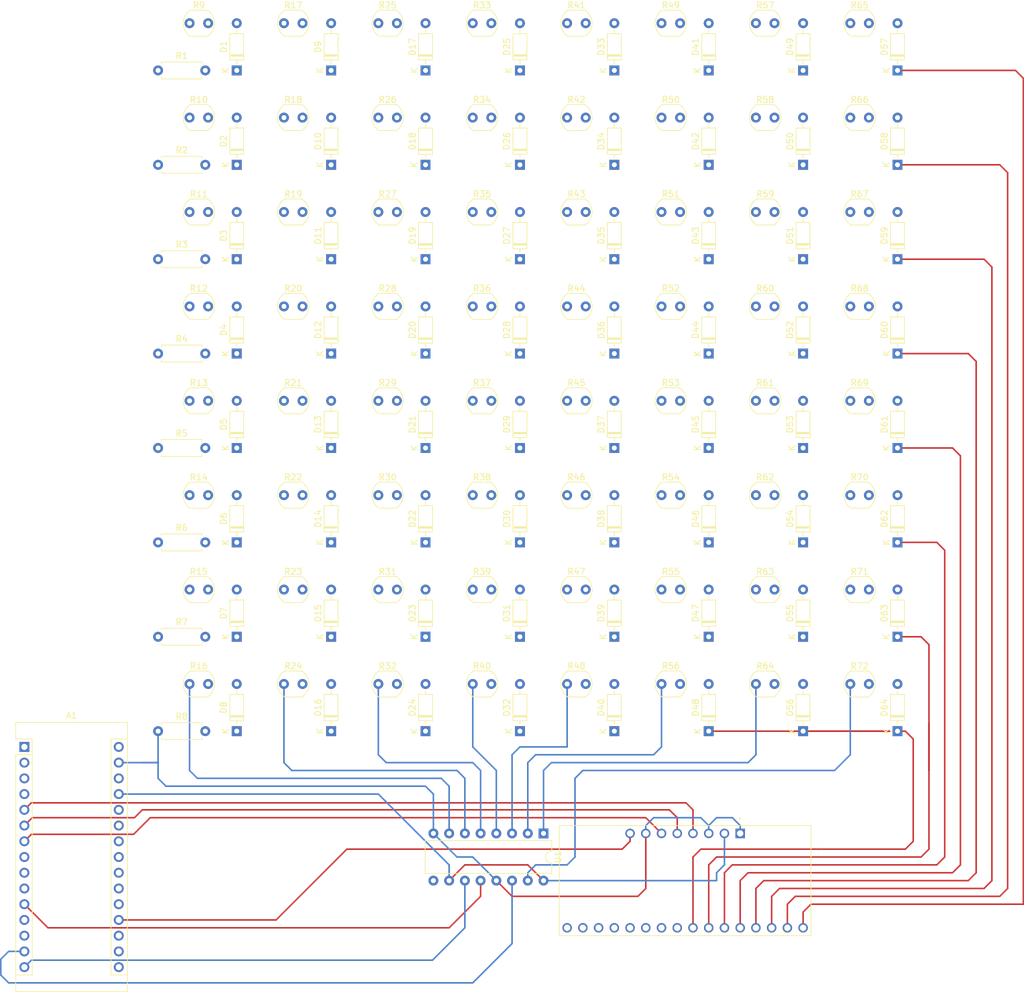
<source format=kicad_pcb>
(kicad_pcb (version 20171130) (host pcbnew 5.1.6)
  (layers (0 F.Cu signal) (31 B.Cu signal) (34 B.Paste user) (35 F.Paste user) (36 B.SilkS user) (37 F.SilkS user) (38 B.Mask user) (39 F.Mask user) (44 Edge.Cuts user))
  (net 0 "")
  (net 1 "Net-(A1-Pad15)")
  (net 2 "Net-(A1-Pad14)")
  (net 3 "Net-(A1-Pad29)")
  (net 4 "Net-(A1-Pad27)")
  (net 5 "Net-(A1-Pad11)")
  (net 6 "Net-(A1-Pad7)")
  (net 7 "Net-(A1-Pad6)")
  (net 8 "Net-(A1-Pad5)")
  (net 9 "Net-(A1-Pad19)")
  (net 10 "Net-(D1-Pad2)")
  (net 11 "Net-(D1-Pad1)")
  (net 12 "Net-(D2-Pad2)")
  (net 13 "Net-(D10-Pad1)")
  (net 14 "Net-(D3-Pad2)")
  (net 15 "Net-(D11-Pad1)")
  (net 16 "Net-(D4-Pad2)")
  (net 17 "Net-(D12-Pad1)")
  (net 18 "Net-(D5-Pad2)")
  (net 19 "Net-(D13-Pad1)")
  (net 20 "Net-(D6-Pad2)")
  (net 21 "Net-(D14-Pad1)")
  (net 22 "Net-(D7-Pad2)")
  (net 23 "Net-(D15-Pad1)")
  (net 24 "Net-(D8-Pad2)")
  (net 25 "Net-(D16-Pad1)")
  (net 26 "Net-(D9-Pad2)")
  (net 27 "Net-(D10-Pad2)")
  (net 28 "Net-(D11-Pad2)")
  (net 29 "Net-(D12-Pad2)")
  (net 30 "Net-(D13-Pad2)")
  (net 31 "Net-(D14-Pad2)")
  (net 32 "Net-(D15-Pad2)")
  (net 33 "Net-(D16-Pad2)")
  (net 34 "Net-(D17-Pad2)")
  (net 35 "Net-(D18-Pad2)")
  (net 36 "Net-(D19-Pad2)")
  (net 37 "Net-(D20-Pad2)")
  (net 38 "Net-(D21-Pad2)")
  (net 39 "Net-(D22-Pad2)")
  (net 40 "Net-(D23-Pad2)")
  (net 41 "Net-(D24-Pad2)")
  (net 42 "Net-(D25-Pad2)")
  (net 43 "Net-(D26-Pad2)")
  (net 44 "Net-(D27-Pad2)")
  (net 45 "Net-(D28-Pad2)")
  (net 46 "Net-(D29-Pad2)")
  (net 47 "Net-(D30-Pad2)")
  (net 48 "Net-(D31-Pad2)")
  (net 49 "Net-(D32-Pad2)")
  (net 50 "Net-(D33-Pad2)")
  (net 51 "Net-(D34-Pad2)")
  (net 52 "Net-(D35-Pad2)")
  (net 53 "Net-(D36-Pad2)")
  (net 54 "Net-(D37-Pad2)")
  (net 55 "Net-(D38-Pad2)")
  (net 56 "Net-(D39-Pad2)")
  (net 57 "Net-(D40-Pad2)")
  (net 58 "Net-(D41-Pad2)")
  (net 59 "Net-(D42-Pad2)")
  (net 60 "Net-(D43-Pad2)")
  (net 61 "Net-(D44-Pad2)")
  (net 62 "Net-(D45-Pad2)")
  (net 63 "Net-(D46-Pad2)")
  (net 64 "Net-(D47-Pad2)")
  (net 65 "Net-(D48-Pad2)")
  (net 66 "Net-(D49-Pad2)")
  (net 67 "Net-(D50-Pad2)")
  (net 68 "Net-(D51-Pad2)")
  (net 69 "Net-(D52-Pad2)")
  (net 70 "Net-(D53-Pad2)")
  (net 71 "Net-(D54-Pad2)")
  (net 72 "Net-(D55-Pad2)")
  (net 73 "Net-(D56-Pad2)")
  (net 74 "Net-(D57-Pad2)")
  (net 75 "Net-(D58-Pad2)")
  (net 76 "Net-(D59-Pad2)")
  (net 77 "Net-(D60-Pad2)")
  (net 78 "Net-(D61-Pad2)")
  (net 79 "Net-(D62-Pad2)")
  (net 80 "Net-(D63-Pad2)")
  (net 81 "Net-(D64-Pad2)")
  (net 82 "Net-(R10-Pad1)")
  (net 83 "Net-(R17-Pad1)")
  (net 84 "Net-(R25-Pad1)")
  (net 85 "Net-(R33-Pad1)")
  (net 86 "Net-(R41-Pad1)")
  (net 87 "Net-(R49-Pad1)")
  (net 88 "Net-(R57-Pad1)")
  (net 89 "Net-(R65-Pad1)")
  (net 90 "Net-(A1-Pad16)")
  (net 91 "Net-(A1-Pad30)")
  (net 92 "Net-(A1-Pad13)")
  (net 93 "Net-(A1-Pad28)")
  (net 94 "Net-(A1-Pad12)")
  (net 95 "Net-(A1-Pad26)")
  (net 96 "Net-(A1-Pad10)")
  (net 97 "Net-(A1-Pad25)")
  (net 98 "Net-(A1-Pad9)")
  (net 99 "Net-(A1-Pad24)")
  (net 100 "Net-(A1-Pad8)")
  (net 101 "Net-(A1-Pad23)")
  (net 102 "Net-(A1-Pad22)")
  (net 103 "Net-(A1-Pad21)")
  (net 104 "Net-(A1-Pad20)")
  (net 105 "Net-(A1-Pad4)")
  (net 106 "Net-(A1-Pad3)")
  (net 107 "Net-(A1-Pad18)")
  (net 108 "Net-(A1-Pad2)")
  (net 109 "Net-(A1-Pad17)")
  (net 110 "Net-(A1-Pad1)")
  (net 111 "Net-(TB1-Pad24)")
  (net 112 "Net-(TB1-Pad23)")
  (net 113 "Net-(TB1-Pad22)")
  (net 114 "Net-(TB1-Pad21)")
  (net 115 "Net-(TB1-Pad20)")
  (net 116 "Net-(TB1-Pad19)")
  (net 117 "Net-(TB1-Pad18)")
  (net 118 "Net-(TB1-Pad17)")
  (net 119 "Net-(U1-Pad9)")
  (module GameOfLife:XDCR_BOB-09056 (layer F.Cu) (at 175.26 214.63 270)
    (fp_text reference TB1 (at -4.755 -21.589 90) (layer F.SilkS) (effects (font (size 1.4 1.4) (thickness 0.015))))
    (fp_text value BOB-09056)
    (pad 24 thru_hole circle (at 7.62 19.05 270) (size 1.53 1.53) (drill 1.02) (layers *.Cu *.Mask) (net 111 "Net-(TB1-Pad24)"))
    (pad 23 thru_hole circle (at 7.62 16.51 270) (size 1.53 1.53) (drill 1.02) (layers *.Cu *.Mask) (net 112 "Net-(TB1-Pad23)"))
    (pad 22 thru_hole circle (at 7.62 13.97 270) (size 1.53 1.53) (drill 1.02) (layers *.Cu *.Mask) (net 113 "Net-(TB1-Pad22)"))
    (pad 21 thru_hole circle (at 7.62 11.43 270) (size 1.53 1.53) (drill 1.02) (layers *.Cu *.Mask) (net 114 "Net-(TB1-Pad21)"))
    (pad 20 thru_hole circle (at 7.62 8.89 270) (size 1.53 1.53) (drill 1.02) (layers *.Cu *.Mask) (net 115 "Net-(TB1-Pad20)"))
    (pad 19 thru_hole circle (at 7.62 6.35 270) (size 1.53 1.53) (drill 1.02) (layers *.Cu *.Mask) (net 116 "Net-(TB1-Pad19)"))
    (pad 18 thru_hole circle (at 7.62 3.81 270) (size 1.53 1.53) (drill 1.02) (layers *.Cu *.Mask) (net 117 "Net-(TB1-Pad18)"))
    (pad 17 thru_hole circle (at 7.62 1.27 270) (size 1.53 1.53) (drill 1.02) (layers *.Cu *.Mask) (net 118 "Net-(TB1-Pad17)"))
    (pad 16 thru_hole circle (at 7.62 -1.27 270) (size 1.53 1.53) (drill 1.02) (layers *.Cu *.Mask) (net 25 "Net-(D16-Pad1)"))
    (pad 15 thru_hole circle (at 7.62 -3.81 270) (size 1.53 1.53) (drill 1.02) (layers *.Cu *.Mask) (net 23 "Net-(D15-Pad1)"))
    (pad 14 thru_hole circle (at 7.62 -6.35 270) (size 1.53 1.53) (drill 1.02) (layers *.Cu *.Mask) (net 21 "Net-(D14-Pad1)"))
    (pad 13 thru_hole circle (at 7.62 -8.89 270) (size 1.53 1.53) (drill 1.02) (layers *.Cu *.Mask) (net 19 "Net-(D13-Pad1)"))
    (pad 12 thru_hole circle (at 7.62 -11.43 270) (size 1.53 1.53) (drill 1.02) (layers *.Cu *.Mask) (net 17 "Net-(D12-Pad1)"))
    (pad 11 thru_hole circle (at 7.62 -13.97 270) (size 1.53 1.53) (drill 1.02) (layers *.Cu *.Mask) (net 15 "Net-(D11-Pad1)"))
    (pad 10 thru_hole circle (at 7.62 -16.51 270) (size 1.53 1.53) (drill 1.02) (layers *.Cu *.Mask) (net 13 "Net-(D10-Pad1)"))
    (pad 9 thru_hole circle (at 7.62 -19.05 270) (size 1.53 1.53) (drill 1.02) (layers *.Cu *.Mask) (net 11 "Net-(D1-Pad1)"))
    (pad 8 thru_hole circle (at -7.62 8.89 270) (size 1.53 1.53) (drill 1.02) (layers *.Cu *.Mask) (net 9 "Net-(A1-Pad19)"))
    (pad 7 thru_hole circle (at -7.62 6.35 270) (size 1.53 1.53) (drill 1.02) (layers *.Cu *.Mask) (net 3 "Net-(A1-Pad29)"))
    (pad 6 thru_hole circle (at -7.62 3.81 270) (size 1.53 1.53) (drill 1.02) (layers *.Cu *.Mask) (net 6 "Net-(A1-Pad7)"))
    (pad 5 thru_hole circle (at -7.62 1.27 270) (size 1.53 1.53) (drill 1.02) (layers *.Cu *.Mask) (net 7 "Net-(A1-Pad6)"))
    (pad 4 thru_hole circle (at -7.62 -1.27 270) (size 1.53 1.53) (drill 1.02) (layers *.Cu *.Mask) (net 8 "Net-(A1-Pad5)"))
    (pad 3 thru_hole circle (at -7.62 -3.81 270) (size 1.53 1.53) (drill 1.02) (layers *.Cu *.Mask) (net 3 "Net-(A1-Pad29)"))
    (pad 2 thru_hole circle (at -7.62 -6.35 270) (size 1.53 1.53) (drill 1.02) (layers *.Cu *.Mask) (net 4 "Net-(A1-Pad27)"))
    (pad 1 thru_hole rect (at -7.62 -8.89 270) (size 1.53 1.53) (drill 1.02) (layers *.Cu *.Mask) (net 3 "Net-(A1-Pad29)"))
  )
  (module OptoDevice:R_LDR_5.0x4.1mm_P3mm_Vertical (layer F.Cu) (at 125.73 182.88)
    (fp_text reference R32 (at 1.5 -2.9) (layer F.SilkS))
    (fp_text value A9050)
    (pad 2 thru_hole circle (at 3 0) (size 1.6 1.6) (drill 0.8) (layers *.Cu *.Mask) (net 41 "Net-(D24-Pad2)"))
    (pad 1 thru_hole circle (at 0 0) (size 1.6 1.6) (drill 0.8) (layers *.Cu *.Mask) (net 84 "Net-(R25-Pad1)"))
  )
  (module Module:Arduino_Nano (layer F.Cu) (at 68.58 193.04)
    (fp_text reference A1 (at 7.62 -5.08) (layer F.SilkS))
    (fp_text value Arduino_Nano_v3.x)
    (pad 16 thru_hole oval (at 15.24 35.56) (size 1.6 1.6) (drill 1) (layers *.Cu *.Mask) (net 90 "Net-(A1-Pad16)"))
    (pad 15 thru_hole oval (at 0 35.56) (size 1.6 1.6) (drill 1) (layers *.Cu *.Mask) (net 1 "Net-(A1-Pad15)"))
    (pad 30 thru_hole oval (at 15.24 0) (size 1.6 1.6) (drill 1) (layers *.Cu *.Mask) (net 91 "Net-(A1-Pad30)"))
    (pad 14 thru_hole oval (at 0 33.02) (size 1.6 1.6) (drill 1) (layers *.Cu *.Mask) (net 2 "Net-(A1-Pad14)"))
    (pad 29 thru_hole oval (at 15.24 2.54) (size 1.6 1.6) (drill 1) (layers *.Cu *.Mask) (net 3 "Net-(A1-Pad29)"))
    (pad 13 thru_hole oval (at 0 30.48) (size 1.6 1.6) (drill 1) (layers *.Cu *.Mask) (net 92 "Net-(A1-Pad13)"))
    (pad 28 thru_hole oval (at 15.24 5.08) (size 1.6 1.6) (drill 1) (layers *.Cu *.Mask) (net 93 "Net-(A1-Pad28)"))
    (pad 12 thru_hole oval (at 0 27.94) (size 1.6 1.6) (drill 1) (layers *.Cu *.Mask) (net 94 "Net-(A1-Pad12)"))
    (pad 27 thru_hole oval (at 15.24 7.62) (size 1.6 1.6) (drill 1) (layers *.Cu *.Mask) (net 4 "Net-(A1-Pad27)"))
    (pad 11 thru_hole oval (at 0 25.4) (size 1.6 1.6) (drill 1) (layers *.Cu *.Mask) (net 5 "Net-(A1-Pad11)"))
    (pad 26 thru_hole oval (at 15.24 10.16) (size 1.6 1.6) (drill 1) (layers *.Cu *.Mask) (net 95 "Net-(A1-Pad26)"))
    (pad 10 thru_hole oval (at 0 22.86) (size 1.6 1.6) (drill 1) (layers *.Cu *.Mask) (net 96 "Net-(A1-Pad10)"))
    (pad 25 thru_hole oval (at 15.24 12.7) (size 1.6 1.6) (drill 1) (layers *.Cu *.Mask) (net 97 "Net-(A1-Pad25)"))
    (pad 9 thru_hole oval (at 0 20.32) (size 1.6 1.6) (drill 1) (layers *.Cu *.Mask) (net 98 "Net-(A1-Pad9)"))
    (pad 24 thru_hole oval (at 15.24 15.24) (size 1.6 1.6) (drill 1) (layers *.Cu *.Mask) (net 99 "Net-(A1-Pad24)"))
    (pad 8 thru_hole oval (at 0 17.78) (size 1.6 1.6) (drill 1) (layers *.Cu *.Mask) (net 100 "Net-(A1-Pad8)"))
    (pad 23 thru_hole oval (at 15.24 17.78) (size 1.6 1.6) (drill 1) (layers *.Cu *.Mask) (net 101 "Net-(A1-Pad23)"))
    (pad 7 thru_hole oval (at 0 15.24) (size 1.6 1.6) (drill 1) (layers *.Cu *.Mask) (net 6 "Net-(A1-Pad7)"))
    (pad 22 thru_hole oval (at 15.24 20.32) (size 1.6 1.6) (drill 1) (layers *.Cu *.Mask) (net 102 "Net-(A1-Pad22)"))
    (pad 6 thru_hole oval (at 0 12.7) (size 1.6 1.6) (drill 1) (layers *.Cu *.Mask) (net 7 "Net-(A1-Pad6)"))
    (pad 21 thru_hole oval (at 15.24 22.86) (size 1.6 1.6) (drill 1) (layers *.Cu *.Mask) (net 103 "Net-(A1-Pad21)"))
    (pad 5 thru_hole oval (at 0 10.16) (size 1.6 1.6) (drill 1) (layers *.Cu *.Mask) (net 8 "Net-(A1-Pad5)"))
    (pad 20 thru_hole oval (at 15.24 25.4) (size 1.6 1.6) (drill 1) (layers *.Cu *.Mask) (net 104 "Net-(A1-Pad20)"))
    (pad 4 thru_hole oval (at 0 7.62) (size 1.6 1.6) (drill 1) (layers *.Cu *.Mask) (net 105 "Net-(A1-Pad4)"))
    (pad 19 thru_hole oval (at 15.24 27.94) (size 1.6 1.6) (drill 1) (layers *.Cu *.Mask) (net 9 "Net-(A1-Pad19)"))
    (pad 3 thru_hole oval (at 0 5.08) (size 1.6 1.6) (drill 1) (layers *.Cu *.Mask) (net 106 "Net-(A1-Pad3)"))
    (pad 18 thru_hole oval (at 15.24 30.48) (size 1.6 1.6) (drill 1) (layers *.Cu *.Mask) (net 107 "Net-(A1-Pad18)"))
    (pad 2 thru_hole oval (at 0 2.54) (size 1.6 1.6) (drill 1) (layers *.Cu *.Mask) (net 108 "Net-(A1-Pad2)"))
    (pad 17 thru_hole oval (at 15.24 33.02) (size 1.6 1.6) (drill 1) (layers *.Cu *.Mask) (net 109 "Net-(A1-Pad17)"))
    (pad 1 thru_hole rect (at 0 0) (size 1.6 1.6) (drill 1) (layers *.Cu *.Mask) (net 110 "Net-(A1-Pad1)"))
  )
  (module Package_DIP:DIP-16_W7.62mm (layer F.Cu) (at 152.4 207.01 270)
    (fp_text reference U1 (at 3.81 -2.33 90) (layer F.SilkS))
    (fp_text value 74HC595)
    (pad 1 thru_hole rect (at 0 0 270) (size 1.6 1.6) (drill 0.8) (layers *.Cu *.Mask) (net 88 "Net-(R57-Pad1)"))
    (pad 9 thru_hole oval (at 7.62 17.78 270) (size 1.6 1.6) (drill 0.8) (layers *.Cu *.Mask) (net 119 "Net-(U1-Pad9)"))
    (pad 2 thru_hole oval (at 0 2.54 270) (size 1.6 1.6) (drill 0.8) (layers *.Cu *.Mask) (net 87 "Net-(R49-Pad1)"))
    (pad 10 thru_hole oval (at 7.62 15.24 270) (size 1.6 1.6) (drill 0.8) (layers *.Cu *.Mask) (net 4 "Net-(A1-Pad27)"))
    (pad 3 thru_hole oval (at 0 5.08 270) (size 1.6 1.6) (drill 0.8) (layers *.Cu *.Mask) (net 86 "Net-(R41-Pad1)"))
    (pad 11 thru_hole oval (at 7.62 12.7 270) (size 1.6 1.6) (drill 0.8) (layers *.Cu *.Mask) (net 1 "Net-(A1-Pad15)"))
    (pad 4 thru_hole oval (at 0 7.62 270) (size 1.6 1.6) (drill 0.8) (layers *.Cu *.Mask) (net 85 "Net-(R33-Pad1)"))
    (pad 12 thru_hole oval (at 7.62 10.16 270) (size 1.6 1.6) (drill 0.8) (layers *.Cu *.Mask) (net 5 "Net-(A1-Pad11)"))
    (pad 5 thru_hole oval (at 0 10.16 270) (size 1.6 1.6) (drill 0.8) (layers *.Cu *.Mask) (net 84 "Net-(R25-Pad1)"))
    (pad 13 thru_hole oval (at 7.62 7.62 270) (size 1.6 1.6) (drill 0.8) (layers *.Cu *.Mask) (net 3 "Net-(A1-Pad29)"))
    (pad 6 thru_hole oval (at 0 12.7 270) (size 1.6 1.6) (drill 0.8) (layers *.Cu *.Mask) (net 83 "Net-(R17-Pad1)"))
    (pad 14 thru_hole oval (at 7.62 5.08 270) (size 1.6 1.6) (drill 0.8) (layers *.Cu *.Mask) (net 2 "Net-(A1-Pad14)"))
    (pad 7 thru_hole oval (at 0 15.24 270) (size 1.6 1.6) (drill 0.8) (layers *.Cu *.Mask) (net 82 "Net-(R10-Pad1)"))
    (pad 15 thru_hole oval (at 7.62 2.54 270) (size 1.6 1.6) (drill 0.8) (layers *.Cu *.Mask) (net 89 "Net-(R65-Pad1)"))
    (pad 8 thru_hole oval (at 0 17.78 270) (size 1.6 1.6) (drill 0.8) (layers *.Cu *.Mask) (net 3 "Net-(A1-Pad29)"))
    (pad 16 thru_hole oval (at 7.62 0 270) (size 1.6 1.6) (drill 0.8) (layers *.Cu *.Mask) (net 4 "Net-(A1-Pad27)"))
  )
  (module OptoDevice:R_LDR_5.0x4.1mm_P3mm_Vertical (layer F.Cu) (at 201.93 182.88)
    (fp_text reference R72 (at 1.5 -2.9) (layer F.SilkS))
    (fp_text value A9050)
    (pad 2 thru_hole circle (at 3 0) (size 1.6 1.6) (drill 0.8) (layers *.Cu *.Mask) (net 81 "Net-(D64-Pad2)"))
    (pad 1 thru_hole circle (at 0 0) (size 1.6 1.6) (drill 0.8) (layers *.Cu *.Mask) (net 89 "Net-(R65-Pad1)"))
  )
  (module OptoDevice:R_LDR_5.0x4.1mm_P3mm_Vertical (layer F.Cu) (at 201.93 167.64)
    (fp_text reference R71 (at 1.5 -2.9) (layer F.SilkS))
    (fp_text value A9050)
    (pad 2 thru_hole circle (at 3 0) (size 1.6 1.6) (drill 0.8) (layers *.Cu *.Mask) (net 80 "Net-(D63-Pad2)"))
    (pad 1 thru_hole circle (at 0 0) (size 1.6 1.6) (drill 0.8) (layers *.Cu *.Mask) (net 89 "Net-(R65-Pad1)"))
  )
  (module OptoDevice:R_LDR_5.0x4.1mm_P3mm_Vertical (layer F.Cu) (at 201.93 152.4)
    (fp_text reference R70 (at 1.5 -2.9) (layer F.SilkS))
    (fp_text value A9050)
    (pad 2 thru_hole circle (at 3 0) (size 1.6 1.6) (drill 0.8) (layers *.Cu *.Mask) (net 79 "Net-(D62-Pad2)"))
    (pad 1 thru_hole circle (at 0 0) (size 1.6 1.6) (drill 0.8) (layers *.Cu *.Mask) (net 89 "Net-(R65-Pad1)"))
  )
  (module OptoDevice:R_LDR_5.0x4.1mm_P3mm_Vertical (layer F.Cu) (at 201.93 137.16)
    (fp_text reference R69 (at 1.5 -2.9) (layer F.SilkS))
    (fp_text value A9050)
    (pad 2 thru_hole circle (at 3 0) (size 1.6 1.6) (drill 0.8) (layers *.Cu *.Mask) (net 78 "Net-(D61-Pad2)"))
    (pad 1 thru_hole circle (at 0 0) (size 1.6 1.6) (drill 0.8) (layers *.Cu *.Mask) (net 89 "Net-(R65-Pad1)"))
  )
  (module OptoDevice:R_LDR_5.0x4.1mm_P3mm_Vertical (layer F.Cu) (at 201.93 121.92)
    (fp_text reference R68 (at 1.5 -2.9) (layer F.SilkS))
    (fp_text value A9050)
    (pad 2 thru_hole circle (at 3 0) (size 1.6 1.6) (drill 0.8) (layers *.Cu *.Mask) (net 77 "Net-(D60-Pad2)"))
    (pad 1 thru_hole circle (at 0 0) (size 1.6 1.6) (drill 0.8) (layers *.Cu *.Mask) (net 89 "Net-(R65-Pad1)"))
  )
  (module OptoDevice:R_LDR_5.0x4.1mm_P3mm_Vertical (layer F.Cu) (at 201.93 106.68)
    (fp_text reference R67 (at 1.5 -2.9) (layer F.SilkS))
    (fp_text value A9050)
    (pad 2 thru_hole circle (at 3 0) (size 1.6 1.6) (drill 0.8) (layers *.Cu *.Mask) (net 76 "Net-(D59-Pad2)"))
    (pad 1 thru_hole circle (at 0 0) (size 1.6 1.6) (drill 0.8) (layers *.Cu *.Mask) (net 89 "Net-(R65-Pad1)"))
  )
  (module OptoDevice:R_LDR_5.0x4.1mm_P3mm_Vertical (layer F.Cu) (at 201.93 91.44)
    (fp_text reference R66 (at 1.5 -2.9) (layer F.SilkS))
    (fp_text value A9050)
    (pad 2 thru_hole circle (at 3 0) (size 1.6 1.6) (drill 0.8) (layers *.Cu *.Mask) (net 75 "Net-(D58-Pad2)"))
    (pad 1 thru_hole circle (at 0 0) (size 1.6 1.6) (drill 0.8) (layers *.Cu *.Mask) (net 89 "Net-(R65-Pad1)"))
  )
  (module OptoDevice:R_LDR_5.0x4.1mm_P3mm_Vertical (layer F.Cu) (at 201.93 76.2)
    (fp_text reference R65 (at 1.5 -2.9) (layer F.SilkS))
    (fp_text value A9050)
    (pad 2 thru_hole circle (at 3 0) (size 1.6 1.6) (drill 0.8) (layers *.Cu *.Mask) (net 74 "Net-(D57-Pad2)"))
    (pad 1 thru_hole circle (at 0 0) (size 1.6 1.6) (drill 0.8) (layers *.Cu *.Mask) (net 89 "Net-(R65-Pad1)"))
  )
  (module OptoDevice:R_LDR_5.0x4.1mm_P3mm_Vertical (layer F.Cu) (at 186.69 182.88)
    (fp_text reference R64 (at 1.5 -2.9) (layer F.SilkS))
    (fp_text value A9050)
    (pad 2 thru_hole circle (at 3 0) (size 1.6 1.6) (drill 0.8) (layers *.Cu *.Mask) (net 73 "Net-(D56-Pad2)"))
    (pad 1 thru_hole circle (at 0 0) (size 1.6 1.6) (drill 0.8) (layers *.Cu *.Mask) (net 88 "Net-(R57-Pad1)"))
  )
  (module OptoDevice:R_LDR_5.0x4.1mm_P3mm_Vertical (layer F.Cu) (at 186.69 167.64)
    (fp_text reference R63 (at 1.5 -2.9) (layer F.SilkS))
    (fp_text value A9050)
    (pad 2 thru_hole circle (at 3 0) (size 1.6 1.6) (drill 0.8) (layers *.Cu *.Mask) (net 72 "Net-(D55-Pad2)"))
    (pad 1 thru_hole circle (at 0 0) (size 1.6 1.6) (drill 0.8) (layers *.Cu *.Mask) (net 88 "Net-(R57-Pad1)"))
  )
  (module OptoDevice:R_LDR_5.0x4.1mm_P3mm_Vertical (layer F.Cu) (at 186.69 152.4)
    (fp_text reference R62 (at 1.5 -2.9) (layer F.SilkS))
    (fp_text value A9050)
    (pad 2 thru_hole circle (at 3 0) (size 1.6 1.6) (drill 0.8) (layers *.Cu *.Mask) (net 71 "Net-(D54-Pad2)"))
    (pad 1 thru_hole circle (at 0 0) (size 1.6 1.6) (drill 0.8) (layers *.Cu *.Mask) (net 88 "Net-(R57-Pad1)"))
  )
  (module OptoDevice:R_LDR_5.0x4.1mm_P3mm_Vertical (layer F.Cu) (at 186.69 137.16)
    (fp_text reference R61 (at 1.5 -2.9) (layer F.SilkS))
    (fp_text value A9050)
    (pad 2 thru_hole circle (at 3 0) (size 1.6 1.6) (drill 0.8) (layers *.Cu *.Mask) (net 70 "Net-(D53-Pad2)"))
    (pad 1 thru_hole circle (at 0 0) (size 1.6 1.6) (drill 0.8) (layers *.Cu *.Mask) (net 88 "Net-(R57-Pad1)"))
  )
  (module OptoDevice:R_LDR_5.0x4.1mm_P3mm_Vertical (layer F.Cu) (at 186.69 121.92)
    (fp_text reference R60 (at 1.5 -2.9) (layer F.SilkS))
    (fp_text value A9050)
    (pad 2 thru_hole circle (at 3 0) (size 1.6 1.6) (drill 0.8) (layers *.Cu *.Mask) (net 69 "Net-(D52-Pad2)"))
    (pad 1 thru_hole circle (at 0 0) (size 1.6 1.6) (drill 0.8) (layers *.Cu *.Mask) (net 88 "Net-(R57-Pad1)"))
  )
  (module OptoDevice:R_LDR_5.0x4.1mm_P3mm_Vertical (layer F.Cu) (at 186.69 106.68)
    (fp_text reference R59 (at 1.5 -2.9) (layer F.SilkS))
    (fp_text value A9050)
    (pad 2 thru_hole circle (at 3 0) (size 1.6 1.6) (drill 0.8) (layers *.Cu *.Mask) (net 68 "Net-(D51-Pad2)"))
    (pad 1 thru_hole circle (at 0 0) (size 1.6 1.6) (drill 0.8) (layers *.Cu *.Mask) (net 88 "Net-(R57-Pad1)"))
  )
  (module OptoDevice:R_LDR_5.0x4.1mm_P3mm_Vertical (layer F.Cu) (at 186.69 91.44)
    (fp_text reference R58 (at 1.5 -2.9) (layer F.SilkS))
    (fp_text value A9050)
    (pad 2 thru_hole circle (at 3 0) (size 1.6 1.6) (drill 0.8) (layers *.Cu *.Mask) (net 67 "Net-(D50-Pad2)"))
    (pad 1 thru_hole circle (at 0 0) (size 1.6 1.6) (drill 0.8) (layers *.Cu *.Mask) (net 88 "Net-(R57-Pad1)"))
  )
  (module OptoDevice:R_LDR_5.0x4.1mm_P3mm_Vertical (layer F.Cu) (at 186.69 76.2)
    (fp_text reference R57 (at 1.5 -2.9) (layer F.SilkS))
    (fp_text value A9050)
    (pad 2 thru_hole circle (at 3 0) (size 1.6 1.6) (drill 0.8) (layers *.Cu *.Mask) (net 66 "Net-(D49-Pad2)"))
    (pad 1 thru_hole circle (at 0 0) (size 1.6 1.6) (drill 0.8) (layers *.Cu *.Mask) (net 88 "Net-(R57-Pad1)"))
  )
  (module OptoDevice:R_LDR_5.0x4.1mm_P3mm_Vertical (layer F.Cu) (at 171.45 182.88)
    (fp_text reference R56 (at 1.5 -2.9) (layer F.SilkS))
    (fp_text value A9050)
    (pad 2 thru_hole circle (at 3 0) (size 1.6 1.6) (drill 0.8) (layers *.Cu *.Mask) (net 65 "Net-(D48-Pad2)"))
    (pad 1 thru_hole circle (at 0 0) (size 1.6 1.6) (drill 0.8) (layers *.Cu *.Mask) (net 87 "Net-(R49-Pad1)"))
  )
  (module OptoDevice:R_LDR_5.0x4.1mm_P3mm_Vertical (layer F.Cu) (at 171.45 167.64)
    (fp_text reference R55 (at 1.5 -2.9) (layer F.SilkS))
    (fp_text value A9050)
    (pad 2 thru_hole circle (at 3 0) (size 1.6 1.6) (drill 0.8) (layers *.Cu *.Mask) (net 64 "Net-(D47-Pad2)"))
    (pad 1 thru_hole circle (at 0 0) (size 1.6 1.6) (drill 0.8) (layers *.Cu *.Mask) (net 87 "Net-(R49-Pad1)"))
  )
  (module OptoDevice:R_LDR_5.0x4.1mm_P3mm_Vertical (layer F.Cu) (at 171.45 152.4)
    (fp_text reference R54 (at 1.5 -2.9) (layer F.SilkS))
    (fp_text value A9050)
    (pad 2 thru_hole circle (at 3 0) (size 1.6 1.6) (drill 0.8) (layers *.Cu *.Mask) (net 63 "Net-(D46-Pad2)"))
    (pad 1 thru_hole circle (at 0 0) (size 1.6 1.6) (drill 0.8) (layers *.Cu *.Mask) (net 87 "Net-(R49-Pad1)"))
  )
  (module OptoDevice:R_LDR_5.0x4.1mm_P3mm_Vertical (layer F.Cu) (at 171.45 137.16)
    (fp_text reference R53 (at 1.5 -2.9) (layer F.SilkS))
    (fp_text value A9050)
    (pad 2 thru_hole circle (at 3 0) (size 1.6 1.6) (drill 0.8) (layers *.Cu *.Mask) (net 62 "Net-(D45-Pad2)"))
    (pad 1 thru_hole circle (at 0 0) (size 1.6 1.6) (drill 0.8) (layers *.Cu *.Mask) (net 87 "Net-(R49-Pad1)"))
  )
  (module OptoDevice:R_LDR_5.0x4.1mm_P3mm_Vertical (layer F.Cu) (at 171.45 121.92)
    (fp_text reference R52 (at 1.5 -2.9) (layer F.SilkS))
    (fp_text value A9050)
    (pad 2 thru_hole circle (at 3 0) (size 1.6 1.6) (drill 0.8) (layers *.Cu *.Mask) (net 61 "Net-(D44-Pad2)"))
    (pad 1 thru_hole circle (at 0 0) (size 1.6 1.6) (drill 0.8) (layers *.Cu *.Mask) (net 87 "Net-(R49-Pad1)"))
  )
  (module OptoDevice:R_LDR_5.0x4.1mm_P3mm_Vertical (layer F.Cu) (at 171.45 106.68)
    (fp_text reference R51 (at 1.5 -2.9) (layer F.SilkS))
    (fp_text value A9050)
    (pad 2 thru_hole circle (at 3 0) (size 1.6 1.6) (drill 0.8) (layers *.Cu *.Mask) (net 60 "Net-(D43-Pad2)"))
    (pad 1 thru_hole circle (at 0 0) (size 1.6 1.6) (drill 0.8) (layers *.Cu *.Mask) (net 87 "Net-(R49-Pad1)"))
  )
  (module OptoDevice:R_LDR_5.0x4.1mm_P3mm_Vertical (layer F.Cu) (at 171.45 91.44)
    (fp_text reference R50 (at 1.5 -2.9) (layer F.SilkS))
    (fp_text value A9050)
    (pad 2 thru_hole circle (at 3 0) (size 1.6 1.6) (drill 0.8) (layers *.Cu *.Mask) (net 59 "Net-(D42-Pad2)"))
    (pad 1 thru_hole circle (at 0 0) (size 1.6 1.6) (drill 0.8) (layers *.Cu *.Mask) (net 87 "Net-(R49-Pad1)"))
  )
  (module OptoDevice:R_LDR_5.0x4.1mm_P3mm_Vertical (layer F.Cu) (at 171.45 76.2)
    (fp_text reference R49 (at 1.5 -2.9) (layer F.SilkS))
    (fp_text value A9050)
    (pad 2 thru_hole circle (at 3 0) (size 1.6 1.6) (drill 0.8) (layers *.Cu *.Mask) (net 58 "Net-(D41-Pad2)"))
    (pad 1 thru_hole circle (at 0 0) (size 1.6 1.6) (drill 0.8) (layers *.Cu *.Mask) (net 87 "Net-(R49-Pad1)"))
  )
  (module OptoDevice:R_LDR_5.0x4.1mm_P3mm_Vertical (layer F.Cu) (at 156.21 182.88)
    (fp_text reference R48 (at 1.5 -2.9) (layer F.SilkS))
    (fp_text value A9050)
    (pad 2 thru_hole circle (at 3 0) (size 1.6 1.6) (drill 0.8) (layers *.Cu *.Mask) (net 57 "Net-(D40-Pad2)"))
    (pad 1 thru_hole circle (at 0 0) (size 1.6 1.6) (drill 0.8) (layers *.Cu *.Mask) (net 86 "Net-(R41-Pad1)"))
  )
  (module OptoDevice:R_LDR_5.0x4.1mm_P3mm_Vertical (layer F.Cu) (at 156.21 167.64)
    (fp_text reference R47 (at 1.5 -2.9) (layer F.SilkS))
    (fp_text value A9050)
    (pad 2 thru_hole circle (at 3 0) (size 1.6 1.6) (drill 0.8) (layers *.Cu *.Mask) (net 56 "Net-(D39-Pad2)"))
    (pad 1 thru_hole circle (at 0 0) (size 1.6 1.6) (drill 0.8) (layers *.Cu *.Mask) (net 86 "Net-(R41-Pad1)"))
  )
  (module OptoDevice:R_LDR_5.0x4.1mm_P3mm_Vertical (layer F.Cu) (at 156.21 152.4)
    (fp_text reference R46 (at 1.5 -2.9) (layer F.SilkS))
    (fp_text value A9050)
    (pad 2 thru_hole circle (at 3 0) (size 1.6 1.6) (drill 0.8) (layers *.Cu *.Mask) (net 55 "Net-(D38-Pad2)"))
    (pad 1 thru_hole circle (at 0 0) (size 1.6 1.6) (drill 0.8) (layers *.Cu *.Mask) (net 86 "Net-(R41-Pad1)"))
  )
  (module OptoDevice:R_LDR_5.0x4.1mm_P3mm_Vertical (layer F.Cu) (at 156.21 137.16)
    (fp_text reference R45 (at 1.5 -2.9) (layer F.SilkS))
    (fp_text value A9050)
    (pad 2 thru_hole circle (at 3 0) (size 1.6 1.6) (drill 0.8) (layers *.Cu *.Mask) (net 54 "Net-(D37-Pad2)"))
    (pad 1 thru_hole circle (at 0 0) (size 1.6 1.6) (drill 0.8) (layers *.Cu *.Mask) (net 86 "Net-(R41-Pad1)"))
  )
  (module OptoDevice:R_LDR_5.0x4.1mm_P3mm_Vertical (layer F.Cu) (at 156.21 121.92)
    (fp_text reference R44 (at 1.5 -2.9) (layer F.SilkS))
    (fp_text value A9050)
    (pad 2 thru_hole circle (at 3 0) (size 1.6 1.6) (drill 0.8) (layers *.Cu *.Mask) (net 53 "Net-(D36-Pad2)"))
    (pad 1 thru_hole circle (at 0 0) (size 1.6 1.6) (drill 0.8) (layers *.Cu *.Mask) (net 86 "Net-(R41-Pad1)"))
  )
  (module OptoDevice:R_LDR_5.0x4.1mm_P3mm_Vertical (layer F.Cu) (at 156.21 106.68)
    (fp_text reference R43 (at 1.5 -2.9) (layer F.SilkS))
    (fp_text value A9050)
    (pad 2 thru_hole circle (at 3 0) (size 1.6 1.6) (drill 0.8) (layers *.Cu *.Mask) (net 52 "Net-(D35-Pad2)"))
    (pad 1 thru_hole circle (at 0 0) (size 1.6 1.6) (drill 0.8) (layers *.Cu *.Mask) (net 86 "Net-(R41-Pad1)"))
  )
  (module OptoDevice:R_LDR_5.0x4.1mm_P3mm_Vertical (layer F.Cu) (at 156.21 91.44)
    (fp_text reference R42 (at 1.5 -2.9) (layer F.SilkS))
    (fp_text value A9050)
    (pad 2 thru_hole circle (at 3 0) (size 1.6 1.6) (drill 0.8) (layers *.Cu *.Mask) (net 51 "Net-(D34-Pad2)"))
    (pad 1 thru_hole circle (at 0 0) (size 1.6 1.6) (drill 0.8) (layers *.Cu *.Mask) (net 86 "Net-(R41-Pad1)"))
  )
  (module OptoDevice:R_LDR_5.0x4.1mm_P3mm_Vertical (layer F.Cu) (at 156.21 76.2)
    (fp_text reference R41 (at 1.5 -2.9) (layer F.SilkS))
    (fp_text value A9050)
    (pad 2 thru_hole circle (at 3 0) (size 1.6 1.6) (drill 0.8) (layers *.Cu *.Mask) (net 50 "Net-(D33-Pad2)"))
    (pad 1 thru_hole circle (at 0 0) (size 1.6 1.6) (drill 0.8) (layers *.Cu *.Mask) (net 86 "Net-(R41-Pad1)"))
  )
  (module OptoDevice:R_LDR_5.0x4.1mm_P3mm_Vertical (layer F.Cu) (at 140.97 182.88)
    (fp_text reference R40 (at 1.5 -2.9) (layer F.SilkS))
    (fp_text value A9050)
    (pad 2 thru_hole circle (at 3 0) (size 1.6 1.6) (drill 0.8) (layers *.Cu *.Mask) (net 49 "Net-(D32-Pad2)"))
    (pad 1 thru_hole circle (at 0 0) (size 1.6 1.6) (drill 0.8) (layers *.Cu *.Mask) (net 85 "Net-(R33-Pad1)"))
  )
  (module OptoDevice:R_LDR_5.0x4.1mm_P3mm_Vertical (layer F.Cu) (at 140.97 167.64)
    (fp_text reference R39 (at 1.5 -2.9) (layer F.SilkS))
    (fp_text value A9050)
    (pad 2 thru_hole circle (at 3 0) (size 1.6 1.6) (drill 0.8) (layers *.Cu *.Mask) (net 48 "Net-(D31-Pad2)"))
    (pad 1 thru_hole circle (at 0 0) (size 1.6 1.6) (drill 0.8) (layers *.Cu *.Mask) (net 85 "Net-(R33-Pad1)"))
  )
  (module OptoDevice:R_LDR_5.0x4.1mm_P3mm_Vertical (layer F.Cu) (at 140.97 152.4)
    (fp_text reference R38 (at 1.5 -2.9) (layer F.SilkS))
    (fp_text value A9050)
    (pad 2 thru_hole circle (at 3 0) (size 1.6 1.6) (drill 0.8) (layers *.Cu *.Mask) (net 47 "Net-(D30-Pad2)"))
    (pad 1 thru_hole circle (at 0 0) (size 1.6 1.6) (drill 0.8) (layers *.Cu *.Mask) (net 85 "Net-(R33-Pad1)"))
  )
  (module OptoDevice:R_LDR_5.0x4.1mm_P3mm_Vertical (layer F.Cu) (at 140.97 137.16)
    (fp_text reference R37 (at 1.5 -2.9) (layer F.SilkS))
    (fp_text value A9050)
    (pad 2 thru_hole circle (at 3 0) (size 1.6 1.6) (drill 0.8) (layers *.Cu *.Mask) (net 46 "Net-(D29-Pad2)"))
    (pad 1 thru_hole circle (at 0 0) (size 1.6 1.6) (drill 0.8) (layers *.Cu *.Mask) (net 85 "Net-(R33-Pad1)"))
  )
  (module OptoDevice:R_LDR_5.0x4.1mm_P3mm_Vertical (layer F.Cu) (at 140.97 121.92)
    (fp_text reference R36 (at 1.5 -2.9) (layer F.SilkS))
    (fp_text value A9050)
    (pad 2 thru_hole circle (at 3 0) (size 1.6 1.6) (drill 0.8) (layers *.Cu *.Mask) (net 45 "Net-(D28-Pad2)"))
    (pad 1 thru_hole circle (at 0 0) (size 1.6 1.6) (drill 0.8) (layers *.Cu *.Mask) (net 85 "Net-(R33-Pad1)"))
  )
  (module OptoDevice:R_LDR_5.0x4.1mm_P3mm_Vertical (layer F.Cu) (at 140.97 106.68)
    (fp_text reference R35 (at 1.5 -2.9) (layer F.SilkS))
    (fp_text value A9050)
    (pad 2 thru_hole circle (at 3 0) (size 1.6 1.6) (drill 0.8) (layers *.Cu *.Mask) (net 44 "Net-(D27-Pad2)"))
    (pad 1 thru_hole circle (at 0 0) (size 1.6 1.6) (drill 0.8) (layers *.Cu *.Mask) (net 85 "Net-(R33-Pad1)"))
  )
  (module OptoDevice:R_LDR_5.0x4.1mm_P3mm_Vertical (layer F.Cu) (at 140.97 91.44)
    (fp_text reference R34 (at 1.5 -2.9) (layer F.SilkS))
    (fp_text value A9050)
    (pad 2 thru_hole circle (at 3 0) (size 1.6 1.6) (drill 0.8) (layers *.Cu *.Mask) (net 43 "Net-(D26-Pad2)"))
    (pad 1 thru_hole circle (at 0 0) (size 1.6 1.6) (drill 0.8) (layers *.Cu *.Mask) (net 85 "Net-(R33-Pad1)"))
  )
  (module OptoDevice:R_LDR_5.0x4.1mm_P3mm_Vertical (layer F.Cu) (at 140.97 76.2)
    (fp_text reference R33 (at 1.5 -2.9) (layer F.SilkS))
    (fp_text value A9050)
    (pad 2 thru_hole circle (at 3 0) (size 1.6 1.6) (drill 0.8) (layers *.Cu *.Mask) (net 42 "Net-(D25-Pad2)"))
    (pad 1 thru_hole circle (at 0 0) (size 1.6 1.6) (drill 0.8) (layers *.Cu *.Mask) (net 85 "Net-(R33-Pad1)"))
  )
  (module OptoDevice:R_LDR_5.0x4.1mm_P3mm_Vertical (layer F.Cu) (at 125.73 167.64)
    (fp_text reference R31 (at 1.5 -2.9) (layer F.SilkS))
    (fp_text value A9050)
    (pad 2 thru_hole circle (at 3 0) (size 1.6 1.6) (drill 0.8) (layers *.Cu *.Mask) (net 40 "Net-(D23-Pad2)"))
    (pad 1 thru_hole circle (at 0 0) (size 1.6 1.6) (drill 0.8) (layers *.Cu *.Mask) (net 84 "Net-(R25-Pad1)"))
  )
  (module OptoDevice:R_LDR_5.0x4.1mm_P3mm_Vertical (layer F.Cu) (at 125.73 152.4)
    (fp_text reference R30 (at 1.5 -2.9) (layer F.SilkS))
    (fp_text value A9050)
    (pad 2 thru_hole circle (at 3 0) (size 1.6 1.6) (drill 0.8) (layers *.Cu *.Mask) (net 39 "Net-(D22-Pad2)"))
    (pad 1 thru_hole circle (at 0 0) (size 1.6 1.6) (drill 0.8) (layers *.Cu *.Mask) (net 84 "Net-(R25-Pad1)"))
  )
  (module OptoDevice:R_LDR_5.0x4.1mm_P3mm_Vertical (layer F.Cu) (at 125.73 137.16)
    (fp_text reference R29 (at 1.5 -2.9) (layer F.SilkS))
    (fp_text value A9050)
    (pad 2 thru_hole circle (at 3 0) (size 1.6 1.6) (drill 0.8) (layers *.Cu *.Mask) (net 38 "Net-(D21-Pad2)"))
    (pad 1 thru_hole circle (at 0 0) (size 1.6 1.6) (drill 0.8) (layers *.Cu *.Mask) (net 84 "Net-(R25-Pad1)"))
  )
  (module OptoDevice:R_LDR_5.0x4.1mm_P3mm_Vertical (layer F.Cu) (at 125.73 121.92)
    (fp_text reference R28 (at 1.5 -2.9) (layer F.SilkS))
    (fp_text value A9050)
    (pad 2 thru_hole circle (at 3 0) (size 1.6 1.6) (drill 0.8) (layers *.Cu *.Mask) (net 37 "Net-(D20-Pad2)"))
    (pad 1 thru_hole circle (at 0 0) (size 1.6 1.6) (drill 0.8) (layers *.Cu *.Mask) (net 84 "Net-(R25-Pad1)"))
  )
  (module OptoDevice:R_LDR_5.0x4.1mm_P3mm_Vertical (layer F.Cu) (at 125.73 106.68)
    (fp_text reference R27 (at 1.5 -2.9) (layer F.SilkS))
    (fp_text value A9050)
    (pad 2 thru_hole circle (at 3 0) (size 1.6 1.6) (drill 0.8) (layers *.Cu *.Mask) (net 36 "Net-(D19-Pad2)"))
    (pad 1 thru_hole circle (at 0 0) (size 1.6 1.6) (drill 0.8) (layers *.Cu *.Mask) (net 84 "Net-(R25-Pad1)"))
  )
  (module OptoDevice:R_LDR_5.0x4.1mm_P3mm_Vertical (layer F.Cu) (at 125.73 91.44)
    (fp_text reference R26 (at 1.5 -2.9) (layer F.SilkS))
    (fp_text value A9050)
    (pad 2 thru_hole circle (at 3 0) (size 1.6 1.6) (drill 0.8) (layers *.Cu *.Mask) (net 35 "Net-(D18-Pad2)"))
    (pad 1 thru_hole circle (at 0 0) (size 1.6 1.6) (drill 0.8) (layers *.Cu *.Mask) (net 84 "Net-(R25-Pad1)"))
  )
  (module OptoDevice:R_LDR_5.0x4.1mm_P3mm_Vertical (layer F.Cu) (at 125.73 76.2)
    (fp_text reference R25 (at 1.5 -2.9) (layer F.SilkS))
    (fp_text value A9050)
    (pad 2 thru_hole circle (at 3 0) (size 1.6 1.6) (drill 0.8) (layers *.Cu *.Mask) (net 34 "Net-(D17-Pad2)"))
    (pad 1 thru_hole circle (at 0 0) (size 1.6 1.6) (drill 0.8) (layers *.Cu *.Mask) (net 84 "Net-(R25-Pad1)"))
  )
  (module OptoDevice:R_LDR_5.0x4.1mm_P3mm_Vertical (layer F.Cu) (at 110.49 182.88)
    (fp_text reference R24 (at 1.5 -2.9) (layer F.SilkS))
    (fp_text value A9050)
    (pad 2 thru_hole circle (at 3 0) (size 1.6 1.6) (drill 0.8) (layers *.Cu *.Mask) (net 33 "Net-(D16-Pad2)"))
    (pad 1 thru_hole circle (at 0 0) (size 1.6 1.6) (drill 0.8) (layers *.Cu *.Mask) (net 83 "Net-(R17-Pad1)"))
  )
  (module OptoDevice:R_LDR_5.0x4.1mm_P3mm_Vertical (layer F.Cu) (at 110.49 167.64)
    (fp_text reference R23 (at 1.5 -2.9) (layer F.SilkS))
    (fp_text value A9050)
    (pad 2 thru_hole circle (at 3 0) (size 1.6 1.6) (drill 0.8) (layers *.Cu *.Mask) (net 32 "Net-(D15-Pad2)"))
    (pad 1 thru_hole circle (at 0 0) (size 1.6 1.6) (drill 0.8) (layers *.Cu *.Mask) (net 83 "Net-(R17-Pad1)"))
  )
  (module OptoDevice:R_LDR_5.0x4.1mm_P3mm_Vertical (layer F.Cu) (at 110.49 152.4)
    (fp_text reference R22 (at 1.5 -2.9) (layer F.SilkS))
    (fp_text value A9050)
    (pad 2 thru_hole circle (at 3 0) (size 1.6 1.6) (drill 0.8) (layers *.Cu *.Mask) (net 31 "Net-(D14-Pad2)"))
    (pad 1 thru_hole circle (at 0 0) (size 1.6 1.6) (drill 0.8) (layers *.Cu *.Mask) (net 83 "Net-(R17-Pad1)"))
  )
  (module OptoDevice:R_LDR_5.0x4.1mm_P3mm_Vertical (layer F.Cu) (at 110.49 137.16)
    (fp_text reference R21 (at 1.5 -2.9) (layer F.SilkS))
    (fp_text value A9050)
    (pad 2 thru_hole circle (at 3 0) (size 1.6 1.6) (drill 0.8) (layers *.Cu *.Mask) (net 30 "Net-(D13-Pad2)"))
    (pad 1 thru_hole circle (at 0 0) (size 1.6 1.6) (drill 0.8) (layers *.Cu *.Mask) (net 83 "Net-(R17-Pad1)"))
  )
  (module OptoDevice:R_LDR_5.0x4.1mm_P3mm_Vertical (layer F.Cu) (at 110.49 121.92)
    (fp_text reference R20 (at 1.5 -2.9) (layer F.SilkS))
    (fp_text value A9050)
    (pad 2 thru_hole circle (at 3 0) (size 1.6 1.6) (drill 0.8) (layers *.Cu *.Mask) (net 29 "Net-(D12-Pad2)"))
    (pad 1 thru_hole circle (at 0 0) (size 1.6 1.6) (drill 0.8) (layers *.Cu *.Mask) (net 83 "Net-(R17-Pad1)"))
  )
  (module OptoDevice:R_LDR_5.0x4.1mm_P3mm_Vertical (layer F.Cu) (at 110.49 106.68)
    (fp_text reference R19 (at 1.5 -2.9) (layer F.SilkS))
    (fp_text value A9050)
    (pad 2 thru_hole circle (at 3 0) (size 1.6 1.6) (drill 0.8) (layers *.Cu *.Mask) (net 28 "Net-(D11-Pad2)"))
    (pad 1 thru_hole circle (at 0 0) (size 1.6 1.6) (drill 0.8) (layers *.Cu *.Mask) (net 83 "Net-(R17-Pad1)"))
  )
  (module OptoDevice:R_LDR_5.0x4.1mm_P3mm_Vertical (layer F.Cu) (at 110.49 91.44)
    (fp_text reference R18 (at 1.5 -2.9) (layer F.SilkS))
    (fp_text value A9050)
    (pad 2 thru_hole circle (at 3 0) (size 1.6 1.6) (drill 0.8) (layers *.Cu *.Mask) (net 27 "Net-(D10-Pad2)"))
    (pad 1 thru_hole circle (at 0 0) (size 1.6 1.6) (drill 0.8) (layers *.Cu *.Mask) (net 83 "Net-(R17-Pad1)"))
  )
  (module OptoDevice:R_LDR_5.0x4.1mm_P3mm_Vertical (layer F.Cu) (at 110.49 76.2)
    (fp_text reference R17 (at 1.5 -2.9) (layer F.SilkS))
    (fp_text value A9050)
    (pad 2 thru_hole circle (at 3 0) (size 1.6 1.6) (drill 0.8) (layers *.Cu *.Mask) (net 26 "Net-(D9-Pad2)"))
    (pad 1 thru_hole circle (at 0 0) (size 1.6 1.6) (drill 0.8) (layers *.Cu *.Mask) (net 83 "Net-(R17-Pad1)"))
  )
  (module OptoDevice:R_LDR_5.0x4.1mm_P3mm_Vertical (layer F.Cu) (at 95.25 182.88)
    (fp_text reference R16 (at 1.5 -2.9) (layer F.SilkS))
    (fp_text value A9050)
    (pad 2 thru_hole circle (at 3 0) (size 1.6 1.6) (drill 0.8) (layers *.Cu *.Mask) (net 24 "Net-(D8-Pad2)"))
    (pad 1 thru_hole circle (at 0 0) (size 1.6 1.6) (drill 0.8) (layers *.Cu *.Mask) (net 82 "Net-(R10-Pad1)"))
  )
  (module OptoDevice:R_LDR_5.0x4.1mm_P3mm_Vertical (layer F.Cu) (at 95.25 167.64)
    (fp_text reference R15 (at 1.5 -2.9) (layer F.SilkS))
    (fp_text value A9050)
    (pad 2 thru_hole circle (at 3 0) (size 1.6 1.6) (drill 0.8) (layers *.Cu *.Mask) (net 22 "Net-(D7-Pad2)"))
    (pad 1 thru_hole circle (at 0 0) (size 1.6 1.6) (drill 0.8) (layers *.Cu *.Mask) (net 82 "Net-(R10-Pad1)"))
  )
  (module OptoDevice:R_LDR_5.0x4.1mm_P3mm_Vertical (layer F.Cu) (at 95.25 152.4)
    (fp_text reference R14 (at 1.5 -2.9) (layer F.SilkS))
    (fp_text value A9050)
    (pad 2 thru_hole circle (at 3 0) (size 1.6 1.6) (drill 0.8) (layers *.Cu *.Mask) (net 20 "Net-(D6-Pad2)"))
    (pad 1 thru_hole circle (at 0 0) (size 1.6 1.6) (drill 0.8) (layers *.Cu *.Mask) (net 82 "Net-(R10-Pad1)"))
  )
  (module OptoDevice:R_LDR_5.0x4.1mm_P3mm_Vertical (layer F.Cu) (at 95.25 137.16)
    (fp_text reference R13 (at 1.5 -2.9) (layer F.SilkS))
    (fp_text value A9050)
    (pad 2 thru_hole circle (at 3 0) (size 1.6 1.6) (drill 0.8) (layers *.Cu *.Mask) (net 18 "Net-(D5-Pad2)"))
    (pad 1 thru_hole circle (at 0 0) (size 1.6 1.6) (drill 0.8) (layers *.Cu *.Mask) (net 82 "Net-(R10-Pad1)"))
  )
  (module OptoDevice:R_LDR_5.0x4.1mm_P3mm_Vertical (layer F.Cu) (at 95.25 121.92)
    (fp_text reference R12 (at 1.5 -2.9) (layer F.SilkS))
    (fp_text value A9050)
    (pad 2 thru_hole circle (at 3 0) (size 1.6 1.6) (drill 0.8) (layers *.Cu *.Mask) (net 16 "Net-(D4-Pad2)"))
    (pad 1 thru_hole circle (at 0 0) (size 1.6 1.6) (drill 0.8) (layers *.Cu *.Mask) (net 82 "Net-(R10-Pad1)"))
  )
  (module OptoDevice:R_LDR_5.0x4.1mm_P3mm_Vertical (layer F.Cu) (at 95.25 106.68)
    (fp_text reference R11 (at 1.5 -2.9) (layer F.SilkS))
    (fp_text value A9050)
    (pad 2 thru_hole circle (at 3 0) (size 1.6 1.6) (drill 0.8) (layers *.Cu *.Mask) (net 14 "Net-(D3-Pad2)"))
    (pad 1 thru_hole circle (at 0 0) (size 1.6 1.6) (drill 0.8) (layers *.Cu *.Mask) (net 82 "Net-(R10-Pad1)"))
  )
  (module OptoDevice:R_LDR_5.0x4.1mm_P3mm_Vertical (layer F.Cu) (at 95.25 91.44)
    (fp_text reference R10 (at 1.5 -2.9) (layer F.SilkS))
    (fp_text value A9050)
    (pad 2 thru_hole circle (at 3 0) (size 1.6 1.6) (drill 0.8) (layers *.Cu *.Mask) (net 12 "Net-(D2-Pad2)"))
    (pad 1 thru_hole circle (at 0 0) (size 1.6 1.6) (drill 0.8) (layers *.Cu *.Mask) (net 82 "Net-(R10-Pad1)"))
  )
  (module OptoDevice:R_LDR_5.0x4.1mm_P3mm_Vertical (layer F.Cu) (at 95.25 76.2)
    (fp_text reference R9 (at 1.5 -2.9) (layer F.SilkS))
    (fp_text value A9050)
    (pad 2 thru_hole circle (at 3 0) (size 1.6 1.6) (drill 0.8) (layers *.Cu *.Mask) (net 10 "Net-(D1-Pad2)"))
    (pad 1 thru_hole circle (at 0 0) (size 1.6 1.6) (drill 0.8) (layers *.Cu *.Mask) (net 82 "Net-(R10-Pad1)"))
  )
  (module Resistor_THT:R_Axial_DIN0207_L6.3mm_D2.5mm_P7.62mm_Horizontal (layer F.Cu) (at 90.17 190.5)
    (fp_text reference R8 (at 3.81 -2.37) (layer F.SilkS))
    (fp_text value 10k)
    (pad 1 thru_hole circle (at 0 0) (size 1.6 1.6) (drill 0.8) (layers *.Cu *.Mask) (net 3 "Net-(A1-Pad29)"))
    (pad 2 thru_hole oval (at 7.62 0) (size 1.6 1.6) (drill 0.8) (layers *.Cu *.Mask) (net 25 "Net-(D16-Pad1)"))
  )
  (module Resistor_THT:R_Axial_DIN0207_L6.3mm_D2.5mm_P7.62mm_Horizontal (layer F.Cu) (at 90.17 175.26)
    (fp_text reference R7 (at 3.81 -2.37) (layer F.SilkS))
    (fp_text value 10k)
    (pad 1 thru_hole circle (at 0 0) (size 1.6 1.6) (drill 0.8) (layers *.Cu *.Mask) (net 3 "Net-(A1-Pad29)"))
    (pad 2 thru_hole oval (at 7.62 0) (size 1.6 1.6) (drill 0.8) (layers *.Cu *.Mask) (net 23 "Net-(D15-Pad1)"))
  )
  (module Resistor_THT:R_Axial_DIN0207_L6.3mm_D2.5mm_P7.62mm_Horizontal (layer F.Cu) (at 90.17 160.02)
    (fp_text reference R6 (at 3.81 -2.37) (layer F.SilkS))
    (fp_text value 10k)
    (pad 1 thru_hole circle (at 0 0) (size 1.6 1.6) (drill 0.8) (layers *.Cu *.Mask) (net 3 "Net-(A1-Pad29)"))
    (pad 2 thru_hole oval (at 7.62 0) (size 1.6 1.6) (drill 0.8) (layers *.Cu *.Mask) (net 21 "Net-(D14-Pad1)"))
  )
  (module Resistor_THT:R_Axial_DIN0207_L6.3mm_D2.5mm_P7.62mm_Horizontal (layer F.Cu) (at 90.17 144.78)
    (fp_text reference R5 (at 3.81 -2.37) (layer F.SilkS))
    (fp_text value 10k)
    (pad 1 thru_hole circle (at 0 0) (size 1.6 1.6) (drill 0.8) (layers *.Cu *.Mask) (net 3 "Net-(A1-Pad29)"))
    (pad 2 thru_hole oval (at 7.62 0) (size 1.6 1.6) (drill 0.8) (layers *.Cu *.Mask) (net 19 "Net-(D13-Pad1)"))
  )
  (module Resistor_THT:R_Axial_DIN0207_L6.3mm_D2.5mm_P7.62mm_Horizontal (layer F.Cu) (at 90.17 129.54)
    (fp_text reference R4 (at 3.81 -2.37) (layer F.SilkS))
    (fp_text value 10k)
    (pad 1 thru_hole circle (at 0 0) (size 1.6 1.6) (drill 0.8) (layers *.Cu *.Mask) (net 3 "Net-(A1-Pad29)"))
    (pad 2 thru_hole oval (at 7.62 0) (size 1.6 1.6) (drill 0.8) (layers *.Cu *.Mask) (net 17 "Net-(D12-Pad1)"))
  )
  (module Resistor_THT:R_Axial_DIN0207_L6.3mm_D2.5mm_P7.62mm_Horizontal (layer F.Cu) (at 90.17 114.3)
    (fp_text reference R3 (at 3.81 -2.37) (layer F.SilkS))
    (fp_text value 10k)
    (pad 1 thru_hole circle (at 0 0) (size 1.6 1.6) (drill 0.8) (layers *.Cu *.Mask) (net 3 "Net-(A1-Pad29)"))
    (pad 2 thru_hole oval (at 7.62 0) (size 1.6 1.6) (drill 0.8) (layers *.Cu *.Mask) (net 15 "Net-(D11-Pad1)"))
  )
  (module Resistor_THT:R_Axial_DIN0207_L6.3mm_D2.5mm_P7.62mm_Horizontal (layer F.Cu) (at 90.17 99.06)
    (fp_text reference R2 (at 3.81 -2.37) (layer F.SilkS))
    (fp_text value 10k)
    (pad 1 thru_hole circle (at 0 0) (size 1.6 1.6) (drill 0.8) (layers *.Cu *.Mask) (net 3 "Net-(A1-Pad29)"))
    (pad 2 thru_hole oval (at 7.62 0) (size 1.6 1.6) (drill 0.8) (layers *.Cu *.Mask) (net 13 "Net-(D10-Pad1)"))
  )
  (module Resistor_THT:R_Axial_DIN0207_L6.3mm_D2.5mm_P7.62mm_Horizontal (layer F.Cu) (at 90.17 83.82)
    (fp_text reference R1 (at 3.81 -2.37) (layer F.SilkS))
    (fp_text value 10k)
    (pad 1 thru_hole circle (at 0 0) (size 1.6 1.6) (drill 0.8) (layers *.Cu *.Mask) (net 3 "Net-(A1-Pad29)"))
    (pad 2 thru_hole oval (at 7.62 0) (size 1.6 1.6) (drill 0.8) (layers *.Cu *.Mask) (net 11 "Net-(D1-Pad1)"))
  )
  (module Diode_THT:D_DO-35_SOD27_P7.62mm_Horizontal (layer F.Cu) (at 209.55 190.5 90)
    (fp_text reference D64 (at 3.81 -2.12 90) (layer F.SilkS))
    (fp_text value 1N4148)
    (fp_text user K (at 0 -1.8 90) (layer F.SilkS))
    (pad 2 thru_hole oval (at 7.62 0 90) (size 1.6 1.6) (drill 0.8) (layers *.Cu *.Mask) (net 81 "Net-(D64-Pad2)"))
    (pad 1 thru_hole rect (at 0 0 90) (size 1.6 1.6) (drill 0.8) (layers *.Cu *.Mask) (net 25 "Net-(D16-Pad1)"))
  )
  (module Diode_THT:D_DO-35_SOD27_P7.62mm_Horizontal (layer F.Cu) (at 209.55 175.26 90)
    (fp_text reference D63 (at 3.81 -2.12 90) (layer F.SilkS))
    (fp_text value 1N4148)
    (fp_text user K (at 0 -1.8 90) (layer F.SilkS))
    (pad 2 thru_hole oval (at 7.62 0 90) (size 1.6 1.6) (drill 0.8) (layers *.Cu *.Mask) (net 80 "Net-(D63-Pad2)"))
    (pad 1 thru_hole rect (at 0 0 90) (size 1.6 1.6) (drill 0.8) (layers *.Cu *.Mask) (net 23 "Net-(D15-Pad1)"))
  )
  (module Diode_THT:D_DO-35_SOD27_P7.62mm_Horizontal (layer F.Cu) (at 209.55 160.02 90)
    (fp_text reference D62 (at 3.81 -2.12 90) (layer F.SilkS))
    (fp_text value 1N4148)
    (fp_text user K (at 0 -1.8 90) (layer F.SilkS))
    (pad 2 thru_hole oval (at 7.62 0 90) (size 1.6 1.6) (drill 0.8) (layers *.Cu *.Mask) (net 79 "Net-(D62-Pad2)"))
    (pad 1 thru_hole rect (at 0 0 90) (size 1.6 1.6) (drill 0.8) (layers *.Cu *.Mask) (net 21 "Net-(D14-Pad1)"))
  )
  (module Diode_THT:D_DO-35_SOD27_P7.62mm_Horizontal (layer F.Cu) (at 209.55 144.78 90)
    (fp_text reference D61 (at 3.81 -2.12 90) (layer F.SilkS))
    (fp_text value 1N4148)
    (fp_text user K (at 0 -1.8 90) (layer F.SilkS))
    (pad 2 thru_hole oval (at 7.62 0 90) (size 1.6 1.6) (drill 0.8) (layers *.Cu *.Mask) (net 78 "Net-(D61-Pad2)"))
    (pad 1 thru_hole rect (at 0 0 90) (size 1.6 1.6) (drill 0.8) (layers *.Cu *.Mask) (net 19 "Net-(D13-Pad1)"))
  )
  (module Diode_THT:D_DO-35_SOD27_P7.62mm_Horizontal (layer F.Cu) (at 209.55 129.54 90)
    (fp_text reference D60 (at 3.81 -2.12 90) (layer F.SilkS))
    (fp_text value 1N4148)
    (fp_text user K (at 0 -1.8 90) (layer F.SilkS))
    (pad 2 thru_hole oval (at 7.62 0 90) (size 1.6 1.6) (drill 0.8) (layers *.Cu *.Mask) (net 77 "Net-(D60-Pad2)"))
    (pad 1 thru_hole rect (at 0 0 90) (size 1.6 1.6) (drill 0.8) (layers *.Cu *.Mask) (net 17 "Net-(D12-Pad1)"))
  )
  (module Diode_THT:D_DO-35_SOD27_P7.62mm_Horizontal (layer F.Cu) (at 209.55 114.3 90)
    (fp_text reference D59 (at 3.81 -2.12 90) (layer F.SilkS))
    (fp_text value 1N4148)
    (fp_text user K (at 0 -1.8 90) (layer F.SilkS))
    (pad 2 thru_hole oval (at 7.62 0 90) (size 1.6 1.6) (drill 0.8) (layers *.Cu *.Mask) (net 76 "Net-(D59-Pad2)"))
    (pad 1 thru_hole rect (at 0 0 90) (size 1.6 1.6) (drill 0.8) (layers *.Cu *.Mask) (net 15 "Net-(D11-Pad1)"))
  )
  (module Diode_THT:D_DO-35_SOD27_P7.62mm_Horizontal (layer F.Cu) (at 209.55 99.06 90)
    (fp_text reference D58 (at 3.81 -2.12 90) (layer F.SilkS))
    (fp_text value 1N4148)
    (fp_text user K (at 0 -1.8 90) (layer F.SilkS))
    (pad 2 thru_hole oval (at 7.62 0 90) (size 1.6 1.6) (drill 0.8) (layers *.Cu *.Mask) (net 75 "Net-(D58-Pad2)"))
    (pad 1 thru_hole rect (at 0 0 90) (size 1.6 1.6) (drill 0.8) (layers *.Cu *.Mask) (net 13 "Net-(D10-Pad1)"))
  )
  (module Diode_THT:D_DO-35_SOD27_P7.62mm_Horizontal (layer F.Cu) (at 209.55 83.82 90)
    (fp_text reference D57 (at 3.81 -2.12 90) (layer F.SilkS))
    (fp_text value 1N4148)
    (fp_text user K (at 0 -1.8 90) (layer F.SilkS))
    (pad 2 thru_hole oval (at 7.62 0 90) (size 1.6 1.6) (drill 0.8) (layers *.Cu *.Mask) (net 74 "Net-(D57-Pad2)"))
    (pad 1 thru_hole rect (at 0 0 90) (size 1.6 1.6) (drill 0.8) (layers *.Cu *.Mask) (net 11 "Net-(D1-Pad1)"))
  )
  (module Diode_THT:D_DO-35_SOD27_P7.62mm_Horizontal (layer F.Cu) (at 194.31 190.5 90)
    (fp_text reference D56 (at 3.81 -2.12 90) (layer F.SilkS))
    (fp_text value 1N4148)
    (fp_text user K (at 0 -1.8 90) (layer F.SilkS))
    (pad 2 thru_hole oval (at 7.62 0 90) (size 1.6 1.6) (drill 0.8) (layers *.Cu *.Mask) (net 73 "Net-(D56-Pad2)"))
    (pad 1 thru_hole rect (at 0 0 90) (size 1.6 1.6) (drill 0.8) (layers *.Cu *.Mask) (net 25 "Net-(D16-Pad1)"))
  )
  (module Diode_THT:D_DO-35_SOD27_P7.62mm_Horizontal (layer F.Cu) (at 194.31 175.26 90)
    (fp_text reference D55 (at 3.81 -2.12 90) (layer F.SilkS))
    (fp_text value 1N4148)
    (fp_text user K (at 0 -1.8 90) (layer F.SilkS))
    (pad 2 thru_hole oval (at 7.62 0 90) (size 1.6 1.6) (drill 0.8) (layers *.Cu *.Mask) (net 72 "Net-(D55-Pad2)"))
    (pad 1 thru_hole rect (at 0 0 90) (size 1.6 1.6) (drill 0.8) (layers *.Cu *.Mask) (net 23 "Net-(D15-Pad1)"))
  )
  (module Diode_THT:D_DO-35_SOD27_P7.62mm_Horizontal (layer F.Cu) (at 194.31 160.02 90)
    (fp_text reference D54 (at 3.81 -2.12 90) (layer F.SilkS))
    (fp_text value 1N4148)
    (fp_text user K (at 0 -1.8 90) (layer F.SilkS))
    (pad 2 thru_hole oval (at 7.62 0 90) (size 1.6 1.6) (drill 0.8) (layers *.Cu *.Mask) (net 71 "Net-(D54-Pad2)"))
    (pad 1 thru_hole rect (at 0 0 90) (size 1.6 1.6) (drill 0.8) (layers *.Cu *.Mask) (net 21 "Net-(D14-Pad1)"))
  )
  (module Diode_THT:D_DO-35_SOD27_P7.62mm_Horizontal (layer F.Cu) (at 194.31 144.78 90)
    (fp_text reference D53 (at 3.81 -2.12 90) (layer F.SilkS))
    (fp_text value 1N4148)
    (fp_text user K (at 0 -1.8 90) (layer F.SilkS))
    (pad 2 thru_hole oval (at 7.62 0 90) (size 1.6 1.6) (drill 0.8) (layers *.Cu *.Mask) (net 70 "Net-(D53-Pad2)"))
    (pad 1 thru_hole rect (at 0 0 90) (size 1.6 1.6) (drill 0.8) (layers *.Cu *.Mask) (net 19 "Net-(D13-Pad1)"))
  )
  (module Diode_THT:D_DO-35_SOD27_P7.62mm_Horizontal (layer F.Cu) (at 194.31 129.54 90)
    (fp_text reference D52 (at 3.81 -2.12 90) (layer F.SilkS))
    (fp_text value 1N4148)
    (fp_text user K (at 0 -1.8 90) (layer F.SilkS))
    (pad 2 thru_hole oval (at 7.62 0 90) (size 1.6 1.6) (drill 0.8) (layers *.Cu *.Mask) (net 69 "Net-(D52-Pad2)"))
    (pad 1 thru_hole rect (at 0 0 90) (size 1.6 1.6) (drill 0.8) (layers *.Cu *.Mask) (net 17 "Net-(D12-Pad1)"))
  )
  (module Diode_THT:D_DO-35_SOD27_P7.62mm_Horizontal (layer F.Cu) (at 194.31 114.3 90)
    (fp_text reference D51 (at 3.81 -2.12 90) (layer F.SilkS))
    (fp_text value 1N4148)
    (fp_text user K (at 0 -1.8 90) (layer F.SilkS))
    (pad 2 thru_hole oval (at 7.62 0 90) (size 1.6 1.6) (drill 0.8) (layers *.Cu *.Mask) (net 68 "Net-(D51-Pad2)"))
    (pad 1 thru_hole rect (at 0 0 90) (size 1.6 1.6) (drill 0.8) (layers *.Cu *.Mask) (net 15 "Net-(D11-Pad1)"))
  )
  (module Diode_THT:D_DO-35_SOD27_P7.62mm_Horizontal (layer F.Cu) (at 194.31 99.06 90)
    (fp_text reference D50 (at 3.81 -2.12 90) (layer F.SilkS))
    (fp_text value 1N4148)
    (fp_text user K (at 0 -1.8 90) (layer F.SilkS))
    (pad 2 thru_hole oval (at 7.62 0 90) (size 1.6 1.6) (drill 0.8) (layers *.Cu *.Mask) (net 67 "Net-(D50-Pad2)"))
    (pad 1 thru_hole rect (at 0 0 90) (size 1.6 1.6) (drill 0.8) (layers *.Cu *.Mask) (net 13 "Net-(D10-Pad1)"))
  )
  (module Diode_THT:D_DO-35_SOD27_P7.62mm_Horizontal (layer F.Cu) (at 194.31 83.82 90)
    (fp_text reference D49 (at 3.81 -2.12 90) (layer F.SilkS))
    (fp_text value 1N4148)
    (fp_text user K (at 0 -1.8 90) (layer F.SilkS))
    (pad 2 thru_hole oval (at 7.62 0 90) (size 1.6 1.6) (drill 0.8) (layers *.Cu *.Mask) (net 66 "Net-(D49-Pad2)"))
    (pad 1 thru_hole rect (at 0 0 90) (size 1.6 1.6) (drill 0.8) (layers *.Cu *.Mask) (net 11 "Net-(D1-Pad1)"))
  )
  (module Diode_THT:D_DO-35_SOD27_P7.62mm_Horizontal (layer F.Cu) (at 179.07 190.5 90)
    (fp_text reference D48 (at 3.81 -2.12 90) (layer F.SilkS))
    (fp_text value 1N4148)
    (fp_text user K (at 0 -1.8 90) (layer F.SilkS))
    (pad 2 thru_hole oval (at 7.62 0 90) (size 1.6 1.6) (drill 0.8) (layers *.Cu *.Mask) (net 65 "Net-(D48-Pad2)"))
    (pad 1 thru_hole rect (at 0 0 90) (size 1.6 1.6) (drill 0.8) (layers *.Cu *.Mask) (net 25 "Net-(D16-Pad1)"))
  )
  (module Diode_THT:D_DO-35_SOD27_P7.62mm_Horizontal (layer F.Cu) (at 179.07 175.26 90)
    (fp_text reference D47 (at 3.81 -2.12 90) (layer F.SilkS))
    (fp_text value 1N4148)
    (fp_text user K (at 0 -1.8 90) (layer F.SilkS))
    (pad 2 thru_hole oval (at 7.62 0 90) (size 1.6 1.6) (drill 0.8) (layers *.Cu *.Mask) (net 64 "Net-(D47-Pad2)"))
    (pad 1 thru_hole rect (at 0 0 90) (size 1.6 1.6) (drill 0.8) (layers *.Cu *.Mask) (net 23 "Net-(D15-Pad1)"))
  )
  (module Diode_THT:D_DO-35_SOD27_P7.62mm_Horizontal (layer F.Cu) (at 179.07 160.02 90)
    (fp_text reference D46 (at 3.81 -2.12 90) (layer F.SilkS))
    (fp_text value 1N4148)
    (fp_text user K (at 0 -1.8 90) (layer F.SilkS))
    (pad 2 thru_hole oval (at 7.62 0 90) (size 1.6 1.6) (drill 0.8) (layers *.Cu *.Mask) (net 63 "Net-(D46-Pad2)"))
    (pad 1 thru_hole rect (at 0 0 90) (size 1.6 1.6) (drill 0.8) (layers *.Cu *.Mask) (net 21 "Net-(D14-Pad1)"))
  )
  (module Diode_THT:D_DO-35_SOD27_P7.62mm_Horizontal (layer F.Cu) (at 179.07 144.78 90)
    (fp_text reference D45 (at 3.81 -2.12 90) (layer F.SilkS))
    (fp_text value 1N4148)
    (fp_text user K (at 0 -1.8 90) (layer F.SilkS))
    (pad 2 thru_hole oval (at 7.62 0 90) (size 1.6 1.6) (drill 0.8) (layers *.Cu *.Mask) (net 62 "Net-(D45-Pad2)"))
    (pad 1 thru_hole rect (at 0 0 90) (size 1.6 1.6) (drill 0.8) (layers *.Cu *.Mask) (net 19 "Net-(D13-Pad1)"))
  )
  (module Diode_THT:D_DO-35_SOD27_P7.62mm_Horizontal (layer F.Cu) (at 179.07 129.54 90)
    (fp_text reference D44 (at 3.81 -2.12 90) (layer F.SilkS))
    (fp_text value 1N4148)
    (fp_text user K (at 0 -1.8 90) (layer F.SilkS))
    (pad 2 thru_hole oval (at 7.62 0 90) (size 1.6 1.6) (drill 0.8) (layers *.Cu *.Mask) (net 61 "Net-(D44-Pad2)"))
    (pad 1 thru_hole rect (at 0 0 90) (size 1.6 1.6) (drill 0.8) (layers *.Cu *.Mask) (net 17 "Net-(D12-Pad1)"))
  )
  (module Diode_THT:D_DO-35_SOD27_P7.62mm_Horizontal (layer F.Cu) (at 179.07 114.3 90)
    (fp_text reference D43 (at 3.81 -2.12 90) (layer F.SilkS))
    (fp_text value 1N4148)
    (fp_text user K (at 0 -1.8 90) (layer F.SilkS))
    (pad 2 thru_hole oval (at 7.62 0 90) (size 1.6 1.6) (drill 0.8) (layers *.Cu *.Mask) (net 60 "Net-(D43-Pad2)"))
    (pad 1 thru_hole rect (at 0 0 90) (size 1.6 1.6) (drill 0.8) (layers *.Cu *.Mask) (net 15 "Net-(D11-Pad1)"))
  )
  (module Diode_THT:D_DO-35_SOD27_P7.62mm_Horizontal (layer F.Cu) (at 179.07 99.06 90)
    (fp_text reference D42 (at 3.81 -2.12 90) (layer F.SilkS))
    (fp_text value 1N4148)
    (fp_text user K (at 0 -1.8 90) (layer F.SilkS))
    (pad 2 thru_hole oval (at 7.62 0 90) (size 1.6 1.6) (drill 0.8) (layers *.Cu *.Mask) (net 59 "Net-(D42-Pad2)"))
    (pad 1 thru_hole rect (at 0 0 90) (size 1.6 1.6) (drill 0.8) (layers *.Cu *.Mask) (net 13 "Net-(D10-Pad1)"))
  )
  (module Diode_THT:D_DO-35_SOD27_P7.62mm_Horizontal (layer F.Cu) (at 179.07 83.82 90)
    (fp_text reference D41 (at 3.81 -2.12 90) (layer F.SilkS))
    (fp_text value 1N4148)
    (fp_text user K (at 0 -1.8 90) (layer F.SilkS))
    (pad 2 thru_hole oval (at 7.62 0 90) (size 1.6 1.6) (drill 0.8) (layers *.Cu *.Mask) (net 58 "Net-(D41-Pad2)"))
    (pad 1 thru_hole rect (at 0 0 90) (size 1.6 1.6) (drill 0.8) (layers *.Cu *.Mask) (net 11 "Net-(D1-Pad1)"))
  )
  (module Diode_THT:D_DO-35_SOD27_P7.62mm_Horizontal (layer F.Cu) (at 163.83 190.5 90)
    (fp_text reference D40 (at 3.81 -2.12 90) (layer F.SilkS))
    (fp_text value 1N4148)
    (fp_text user K (at 0 -1.8 90) (layer F.SilkS))
    (pad 2 thru_hole oval (at 7.62 0 90) (size 1.6 1.6) (drill 0.8) (layers *.Cu *.Mask) (net 57 "Net-(D40-Pad2)"))
    (pad 1 thru_hole rect (at 0 0 90) (size 1.6 1.6) (drill 0.8) (layers *.Cu *.Mask) (net 25 "Net-(D16-Pad1)"))
  )
  (module Diode_THT:D_DO-35_SOD27_P7.62mm_Horizontal (layer F.Cu) (at 163.83 175.26 90)
    (fp_text reference D39 (at 3.81 -2.12 90) (layer F.SilkS))
    (fp_text value 1N4148)
    (fp_text user K (at 0 -1.8 90) (layer F.SilkS))
    (pad 2 thru_hole oval (at 7.62 0 90) (size 1.6 1.6) (drill 0.8) (layers *.Cu *.Mask) (net 56 "Net-(D39-Pad2)"))
    (pad 1 thru_hole rect (at 0 0 90) (size 1.6 1.6) (drill 0.8) (layers *.Cu *.Mask) (net 23 "Net-(D15-Pad1)"))
  )
  (module Diode_THT:D_DO-35_SOD27_P7.62mm_Horizontal (layer F.Cu) (at 163.83 160.02 90)
    (fp_text reference D38 (at 3.81 -2.12 90) (layer F.SilkS))
    (fp_text value 1N4148)
    (fp_text user K (at 0 -1.8 90) (layer F.SilkS))
    (pad 2 thru_hole oval (at 7.62 0 90) (size 1.6 1.6) (drill 0.8) (layers *.Cu *.Mask) (net 55 "Net-(D38-Pad2)"))
    (pad 1 thru_hole rect (at 0 0 90) (size 1.6 1.6) (drill 0.8) (layers *.Cu *.Mask) (net 21 "Net-(D14-Pad1)"))
  )
  (module Diode_THT:D_DO-35_SOD27_P7.62mm_Horizontal (layer F.Cu) (at 163.83 144.78 90)
    (fp_text reference D37 (at 3.81 -2.12 90) (layer F.SilkS))
    (fp_text value 1N4148)
    (fp_text user K (at 0 -1.8 90) (layer F.SilkS))
    (pad 2 thru_hole oval (at 7.62 0 90) (size 1.6 1.6) (drill 0.8) (layers *.Cu *.Mask) (net 54 "Net-(D37-Pad2)"))
    (pad 1 thru_hole rect (at 0 0 90) (size 1.6 1.6) (drill 0.8) (layers *.Cu *.Mask) (net 19 "Net-(D13-Pad1)"))
  )
  (module Diode_THT:D_DO-35_SOD27_P7.62mm_Horizontal (layer F.Cu) (at 163.83 129.54 90)
    (fp_text reference D36 (at 3.81 -2.12 90) (layer F.SilkS))
    (fp_text value 1N4148)
    (fp_text user K (at 0 -1.8 90) (layer F.SilkS))
    (pad 2 thru_hole oval (at 7.62 0 90) (size 1.6 1.6) (drill 0.8) (layers *.Cu *.Mask) (net 53 "Net-(D36-Pad2)"))
    (pad 1 thru_hole rect (at 0 0 90) (size 1.6 1.6) (drill 0.8) (layers *.Cu *.Mask) (net 17 "Net-(D12-Pad1)"))
  )
  (module Diode_THT:D_DO-35_SOD27_P7.62mm_Horizontal (layer F.Cu) (at 163.83 114.3 90)
    (fp_text reference D35 (at 3.81 -2.12 90) (layer F.SilkS))
    (fp_text value 1N4148)
    (fp_text user K (at 0 -1.8 90) (layer F.SilkS))
    (pad 2 thru_hole oval (at 7.62 0 90) (size 1.6 1.6) (drill 0.8) (layers *.Cu *.Mask) (net 52 "Net-(D35-Pad2)"))
    (pad 1 thru_hole rect (at 0 0 90) (size 1.6 1.6) (drill 0.8) (layers *.Cu *.Mask) (net 15 "Net-(D11-Pad1)"))
  )
  (module Diode_THT:D_DO-35_SOD27_P7.62mm_Horizontal (layer F.Cu) (at 163.83 99.06 90)
    (fp_text reference D34 (at 3.81 -2.12 90) (layer F.SilkS))
    (fp_text value 1N4148)
    (fp_text user K (at 0 -1.8 90) (layer F.SilkS))
    (pad 2 thru_hole oval (at 7.62 0 90) (size 1.6 1.6) (drill 0.8) (layers *.Cu *.Mask) (net 51 "Net-(D34-Pad2)"))
    (pad 1 thru_hole rect (at 0 0 90) (size 1.6 1.6) (drill 0.8) (layers *.Cu *.Mask) (net 13 "Net-(D10-Pad1)"))
  )
  (module Diode_THT:D_DO-35_SOD27_P7.62mm_Horizontal (layer F.Cu) (at 163.83 83.82 90)
    (fp_text reference D33 (at 3.81 -2.12 90) (layer F.SilkS))
    (fp_text value 1N4148)
    (fp_text user K (at 0 -1.8 90) (layer F.SilkS))
    (pad 2 thru_hole oval (at 7.62 0 90) (size 1.6 1.6) (drill 0.8) (layers *.Cu *.Mask) (net 50 "Net-(D33-Pad2)"))
    (pad 1 thru_hole rect (at 0 0 90) (size 1.6 1.6) (drill 0.8) (layers *.Cu *.Mask) (net 11 "Net-(D1-Pad1)"))
  )
  (module Diode_THT:D_DO-35_SOD27_P7.62mm_Horizontal (layer F.Cu) (at 148.59 190.5 90)
    (fp_text reference D32 (at 3.81 -2.12 90) (layer F.SilkS))
    (fp_text value 1N4148)
    (fp_text user K (at 0 -1.8 90) (layer F.SilkS))
    (pad 2 thru_hole oval (at 7.62 0 90) (size 1.6 1.6) (drill 0.8) (layers *.Cu *.Mask) (net 49 "Net-(D32-Pad2)"))
    (pad 1 thru_hole rect (at 0 0 90) (size 1.6 1.6) (drill 0.8) (layers *.Cu *.Mask) (net 25 "Net-(D16-Pad1)"))
  )
  (module Diode_THT:D_DO-35_SOD27_P7.62mm_Horizontal (layer F.Cu) (at 148.59 175.26 90)
    (fp_text reference D31 (at 3.81 -2.12 90) (layer F.SilkS))
    (fp_text value 1N4148)
    (fp_text user K (at 0 -1.8 90) (layer F.SilkS))
    (pad 2 thru_hole oval (at 7.62 0 90) (size 1.6 1.6) (drill 0.8) (layers *.Cu *.Mask) (net 48 "Net-(D31-Pad2)"))
    (pad 1 thru_hole rect (at 0 0 90) (size 1.6 1.6) (drill 0.8) (layers *.Cu *.Mask) (net 23 "Net-(D15-Pad1)"))
  )
  (module Diode_THT:D_DO-35_SOD27_P7.62mm_Horizontal (layer F.Cu) (at 148.59 160.02 90)
    (fp_text reference D30 (at 3.81 -2.12 90) (layer F.SilkS))
    (fp_text value 1N4148)
    (fp_text user K (at 0 -1.8 90) (layer F.SilkS))
    (pad 2 thru_hole oval (at 7.62 0 90) (size 1.6 1.6) (drill 0.8) (layers *.Cu *.Mask) (net 47 "Net-(D30-Pad2)"))
    (pad 1 thru_hole rect (at 0 0 90) (size 1.6 1.6) (drill 0.8) (layers *.Cu *.Mask) (net 21 "Net-(D14-Pad1)"))
  )
  (module Diode_THT:D_DO-35_SOD27_P7.62mm_Horizontal (layer F.Cu) (at 148.59 144.78 90)
    (fp_text reference D29 (at 3.81 -2.12 90) (layer F.SilkS))
    (fp_text value 1N4148)
    (fp_text user K (at 0 -1.8 90) (layer F.SilkS))
    (pad 2 thru_hole oval (at 7.62 0 90) (size 1.6 1.6) (drill 0.8) (layers *.Cu *.Mask) (net 46 "Net-(D29-Pad2)"))
    (pad 1 thru_hole rect (at 0 0 90) (size 1.6 1.6) (drill 0.8) (layers *.Cu *.Mask) (net 19 "Net-(D13-Pad1)"))
  )
  (module Diode_THT:D_DO-35_SOD27_P7.62mm_Horizontal (layer F.Cu) (at 148.59 129.54 90)
    (fp_text reference D28 (at 3.81 -2.12 90) (layer F.SilkS))
    (fp_text value 1N4148)
    (fp_text user K (at 0 -1.8 90) (layer F.SilkS))
    (pad 2 thru_hole oval (at 7.62 0 90) (size 1.6 1.6) (drill 0.8) (layers *.Cu *.Mask) (net 45 "Net-(D28-Pad2)"))
    (pad 1 thru_hole rect (at 0 0 90) (size 1.6 1.6) (drill 0.8) (layers *.Cu *.Mask) (net 17 "Net-(D12-Pad1)"))
  )
  (module Diode_THT:D_DO-35_SOD27_P7.62mm_Horizontal (layer F.Cu) (at 148.59 114.3 90)
    (fp_text reference D27 (at 3.81 -2.12 90) (layer F.SilkS))
    (fp_text value 1N4148)
    (fp_text user K (at 0 -1.8 90) (layer F.SilkS))
    (pad 2 thru_hole oval (at 7.62 0 90) (size 1.6 1.6) (drill 0.8) (layers *.Cu *.Mask) (net 44 "Net-(D27-Pad2)"))
    (pad 1 thru_hole rect (at 0 0 90) (size 1.6 1.6) (drill 0.8) (layers *.Cu *.Mask) (net 15 "Net-(D11-Pad1)"))
  )
  (module Diode_THT:D_DO-35_SOD27_P7.62mm_Horizontal (layer F.Cu) (at 148.59 99.06 90)
    (fp_text reference D26 (at 3.81 -2.12 90) (layer F.SilkS))
    (fp_text value 1N4148)
    (fp_text user K (at 0 -1.8 90) (layer F.SilkS))
    (pad 2 thru_hole oval (at 7.62 0 90) (size 1.6 1.6) (drill 0.8) (layers *.Cu *.Mask) (net 43 "Net-(D26-Pad2)"))
    (pad 1 thru_hole rect (at 0 0 90) (size 1.6 1.6) (drill 0.8) (layers *.Cu *.Mask) (net 13 "Net-(D10-Pad1)"))
  )
  (module Diode_THT:D_DO-35_SOD27_P7.62mm_Horizontal (layer F.Cu) (at 148.59 83.82 90)
    (fp_text reference D25 (at 3.81 -2.12 90) (layer F.SilkS))
    (fp_text value 1N4148)
    (fp_text user K (at 0 -1.8 90) (layer F.SilkS))
    (pad 2 thru_hole oval (at 7.62 0 90) (size 1.6 1.6) (drill 0.8) (layers *.Cu *.Mask) (net 42 "Net-(D25-Pad2)"))
    (pad 1 thru_hole rect (at 0 0 90) (size 1.6 1.6) (drill 0.8) (layers *.Cu *.Mask) (net 11 "Net-(D1-Pad1)"))
  )
  (module Diode_THT:D_DO-35_SOD27_P7.62mm_Horizontal (layer F.Cu) (at 133.35 190.5 90)
    (fp_text reference D24 (at 3.81 -2.12 90) (layer F.SilkS))
    (fp_text value 1N4148)
    (fp_text user K (at 0 -1.8 90) (layer F.SilkS))
    (pad 2 thru_hole oval (at 7.62 0 90) (size 1.6 1.6) (drill 0.8) (layers *.Cu *.Mask) (net 41 "Net-(D24-Pad2)"))
    (pad 1 thru_hole rect (at 0 0 90) (size 1.6 1.6) (drill 0.8) (layers *.Cu *.Mask) (net 25 "Net-(D16-Pad1)"))
  )
  (module Diode_THT:D_DO-35_SOD27_P7.62mm_Horizontal (layer F.Cu) (at 133.35 175.26 90)
    (fp_text reference D23 (at 3.81 -2.12 90) (layer F.SilkS))
    (fp_text value 1N4148)
    (fp_text user K (at 0 -1.8 90) (layer F.SilkS))
    (pad 2 thru_hole oval (at 7.62 0 90) (size 1.6 1.6) (drill 0.8) (layers *.Cu *.Mask) (net 40 "Net-(D23-Pad2)"))
    (pad 1 thru_hole rect (at 0 0 90) (size 1.6 1.6) (drill 0.8) (layers *.Cu *.Mask) (net 23 "Net-(D15-Pad1)"))
  )
  (module Diode_THT:D_DO-35_SOD27_P7.62mm_Horizontal (layer F.Cu) (at 133.35 160.02 90)
    (fp_text reference D22 (at 3.81 -2.12 90) (layer F.SilkS))
    (fp_text value 1N4148)
    (fp_text user K (at 0 -1.8 90) (layer F.SilkS))
    (pad 2 thru_hole oval (at 7.62 0 90) (size 1.6 1.6) (drill 0.8) (layers *.Cu *.Mask) (net 39 "Net-(D22-Pad2)"))
    (pad 1 thru_hole rect (at 0 0 90) (size 1.6 1.6) (drill 0.8) (layers *.Cu *.Mask) (net 21 "Net-(D14-Pad1)"))
  )
  (module Diode_THT:D_DO-35_SOD27_P7.62mm_Horizontal (layer F.Cu) (at 133.35 144.78 90)
    (fp_text reference D21 (at 3.81 -2.12 90) (layer F.SilkS))
    (fp_text value 1N4148)
    (fp_text user K (at 0 -1.8 90) (layer F.SilkS))
    (pad 2 thru_hole oval (at 7.62 0 90) (size 1.6 1.6) (drill 0.8) (layers *.Cu *.Mask) (net 38 "Net-(D21-Pad2)"))
    (pad 1 thru_hole rect (at 0 0 90) (size 1.6 1.6) (drill 0.8) (layers *.Cu *.Mask) (net 19 "Net-(D13-Pad1)"))
  )
  (module Diode_THT:D_DO-35_SOD27_P7.62mm_Horizontal (layer F.Cu) (at 133.35 129.54 90)
    (fp_text reference D20 (at 3.81 -2.12 90) (layer F.SilkS))
    (fp_text value 1N4148)
    (fp_text user K (at 0 -1.8 90) (layer F.SilkS))
    (pad 2 thru_hole oval (at 7.62 0 90) (size 1.6 1.6) (drill 0.8) (layers *.Cu *.Mask) (net 37 "Net-(D20-Pad2)"))
    (pad 1 thru_hole rect (at 0 0 90) (size 1.6 1.6) (drill 0.8) (layers *.Cu *.Mask) (net 17 "Net-(D12-Pad1)"))
  )
  (module Diode_THT:D_DO-35_SOD27_P7.62mm_Horizontal (layer F.Cu) (at 133.35 114.3 90)
    (fp_text reference D19 (at 3.81 -2.12 90) (layer F.SilkS))
    (fp_text value 1N4148)
    (fp_text user K (at 0 -1.8 90) (layer F.SilkS))
    (pad 2 thru_hole oval (at 7.62 0 90) (size 1.6 1.6) (drill 0.8) (layers *.Cu *.Mask) (net 36 "Net-(D19-Pad2)"))
    (pad 1 thru_hole rect (at 0 0 90) (size 1.6 1.6) (drill 0.8) (layers *.Cu *.Mask) (net 15 "Net-(D11-Pad1)"))
  )
  (module Diode_THT:D_DO-35_SOD27_P7.62mm_Horizontal (layer F.Cu) (at 133.35 99.06 90)
    (fp_text reference D18 (at 3.81 -2.12 90) (layer F.SilkS))
    (fp_text value 1N4148)
    (fp_text user K (at 0 -1.8 90) (layer F.SilkS))
    (pad 2 thru_hole oval (at 7.62 0 90) (size 1.6 1.6) (drill 0.8) (layers *.Cu *.Mask) (net 35 "Net-(D18-Pad2)"))
    (pad 1 thru_hole rect (at 0 0 90) (size 1.6 1.6) (drill 0.8) (layers *.Cu *.Mask) (net 13 "Net-(D10-Pad1)"))
  )
  (module Diode_THT:D_DO-35_SOD27_P7.62mm_Horizontal (layer F.Cu) (at 133.35 83.82 90)
    (fp_text reference D17 (at 3.81 -2.12 90) (layer F.SilkS))
    (fp_text value 1N4148)
    (fp_text user K (at 0 -1.8 90) (layer F.SilkS))
    (pad 2 thru_hole oval (at 7.62 0 90) (size 1.6 1.6) (drill 0.8) (layers *.Cu *.Mask) (net 34 "Net-(D17-Pad2)"))
    (pad 1 thru_hole rect (at 0 0 90) (size 1.6 1.6) (drill 0.8) (layers *.Cu *.Mask) (net 11 "Net-(D1-Pad1)"))
  )
  (module Diode_THT:D_DO-35_SOD27_P7.62mm_Horizontal (layer F.Cu) (at 118.11 190.5 90)
    (fp_text reference D16 (at 3.81 -2.12 90) (layer F.SilkS))
    (fp_text value 1N4148)
    (fp_text user K (at 0 -1.8 90) (layer F.SilkS))
    (pad 2 thru_hole oval (at 7.62 0 90) (size 1.6 1.6) (drill 0.8) (layers *.Cu *.Mask) (net 33 "Net-(D16-Pad2)"))
    (pad 1 thru_hole rect (at 0 0 90) (size 1.6 1.6) (drill 0.8) (layers *.Cu *.Mask) (net 25 "Net-(D16-Pad1)"))
  )
  (module Diode_THT:D_DO-35_SOD27_P7.62mm_Horizontal (layer F.Cu) (at 118.11 175.26 90)
    (fp_text reference D15 (at 3.81 -2.12 90) (layer F.SilkS))
    (fp_text value 1N4148)
    (fp_text user K (at 0 -1.8 90) (layer F.SilkS))
    (pad 2 thru_hole oval (at 7.62 0 90) (size 1.6 1.6) (drill 0.8) (layers *.Cu *.Mask) (net 32 "Net-(D15-Pad2)"))
    (pad 1 thru_hole rect (at 0 0 90) (size 1.6 1.6) (drill 0.8) (layers *.Cu *.Mask) (net 23 "Net-(D15-Pad1)"))
  )
  (module Diode_THT:D_DO-35_SOD27_P7.62mm_Horizontal (layer F.Cu) (at 118.11 160.02 90)
    (fp_text reference D14 (at 3.81 -2.12 90) (layer F.SilkS))
    (fp_text value 1N4148)
    (fp_text user K (at 0 -1.8 90) (layer F.SilkS))
    (pad 2 thru_hole oval (at 7.62 0 90) (size 1.6 1.6) (drill 0.8) (layers *.Cu *.Mask) (net 31 "Net-(D14-Pad2)"))
    (pad 1 thru_hole rect (at 0 0 90) (size 1.6 1.6) (drill 0.8) (layers *.Cu *.Mask) (net 21 "Net-(D14-Pad1)"))
  )
  (module Diode_THT:D_DO-35_SOD27_P7.62mm_Horizontal (layer F.Cu) (at 118.11 144.78 90)
    (fp_text reference D13 (at 3.81 -2.12 90) (layer F.SilkS))
    (fp_text value 1N4148)
    (fp_text user K (at 0 -1.8 90) (layer F.SilkS))
    (pad 2 thru_hole oval (at 7.62 0 90) (size 1.6 1.6) (drill 0.8) (layers *.Cu *.Mask) (net 30 "Net-(D13-Pad2)"))
    (pad 1 thru_hole rect (at 0 0 90) (size 1.6 1.6) (drill 0.8) (layers *.Cu *.Mask) (net 19 "Net-(D13-Pad1)"))
  )
  (module Diode_THT:D_DO-35_SOD27_P7.62mm_Horizontal (layer F.Cu) (at 118.11 129.54 90)
    (fp_text reference D12 (at 3.81 -2.12 90) (layer F.SilkS))
    (fp_text value 1N4148)
    (fp_text user K (at 0 -1.8 90) (layer F.SilkS))
    (pad 2 thru_hole oval (at 7.62 0 90) (size 1.6 1.6) (drill 0.8) (layers *.Cu *.Mask) (net 29 "Net-(D12-Pad2)"))
    (pad 1 thru_hole rect (at 0 0 90) (size 1.6 1.6) (drill 0.8) (layers *.Cu *.Mask) (net 17 "Net-(D12-Pad1)"))
  )
  (module Diode_THT:D_DO-35_SOD27_P7.62mm_Horizontal (layer F.Cu) (at 118.11 114.3 90)
    (fp_text reference D11 (at 3.81 -2.12 90) (layer F.SilkS))
    (fp_text value 1N4148)
    (fp_text user K (at 0 -1.8 90) (layer F.SilkS))
    (pad 2 thru_hole oval (at 7.62 0 90) (size 1.6 1.6) (drill 0.8) (layers *.Cu *.Mask) (net 28 "Net-(D11-Pad2)"))
    (pad 1 thru_hole rect (at 0 0 90) (size 1.6 1.6) (drill 0.8) (layers *.Cu *.Mask) (net 15 "Net-(D11-Pad1)"))
  )
  (module Diode_THT:D_DO-35_SOD27_P7.62mm_Horizontal (layer F.Cu) (at 118.11 99.06 90)
    (fp_text reference D10 (at 3.81 -2.12 90) (layer F.SilkS))
    (fp_text value 1N4148)
    (fp_text user K (at 0 -1.8 90) (layer F.SilkS))
    (pad 2 thru_hole oval (at 7.62 0 90) (size 1.6 1.6) (drill 0.8) (layers *.Cu *.Mask) (net 27 "Net-(D10-Pad2)"))
    (pad 1 thru_hole rect (at 0 0 90) (size 1.6 1.6) (drill 0.8) (layers *.Cu *.Mask) (net 13 "Net-(D10-Pad1)"))
  )
  (module Diode_THT:D_DO-35_SOD27_P7.62mm_Horizontal (layer F.Cu) (at 118.11 83.82 90)
    (fp_text reference D9 (at 3.81 -2.12 90) (layer F.SilkS))
    (fp_text value 1N4148)
    (fp_text user K (at 0 -1.8 90) (layer F.SilkS))
    (pad 2 thru_hole oval (at 7.62 0 90) (size 1.6 1.6) (drill 0.8) (layers *.Cu *.Mask) (net 26 "Net-(D9-Pad2)"))
    (pad 1 thru_hole rect (at 0 0 90) (size 1.6 1.6) (drill 0.8) (layers *.Cu *.Mask) (net 11 "Net-(D1-Pad1)"))
  )
  (module Diode_THT:D_DO-35_SOD27_P7.62mm_Horizontal (layer F.Cu) (at 102.87 190.5 90)
    (fp_text reference D8 (at 3.81 -2.12 90) (layer F.SilkS))
    (fp_text value 1N4148)
    (fp_text user K (at 0 -1.8 90) (layer F.SilkS))
    (pad 2 thru_hole oval (at 7.62 0 90) (size 1.6 1.6) (drill 0.8) (layers *.Cu *.Mask) (net 24 "Net-(D8-Pad2)"))
    (pad 1 thru_hole rect (at 0 0 90) (size 1.6 1.6) (drill 0.8) (layers *.Cu *.Mask) (net 25 "Net-(D16-Pad1)"))
  )
  (module Diode_THT:D_DO-35_SOD27_P7.62mm_Horizontal (layer F.Cu) (at 102.87 175.26 90)
    (fp_text reference D7 (at 3.81 -2.12 90) (layer F.SilkS))
    (fp_text value 1N4148)
    (fp_text user K (at 0 -1.8 90) (layer F.SilkS))
    (pad 2 thru_hole oval (at 7.62 0 90) (size 1.6 1.6) (drill 0.8) (layers *.Cu *.Mask) (net 22 "Net-(D7-Pad2)"))
    (pad 1 thru_hole rect (at 0 0 90) (size 1.6 1.6) (drill 0.8) (layers *.Cu *.Mask) (net 23 "Net-(D15-Pad1)"))
  )
  (module Diode_THT:D_DO-35_SOD27_P7.62mm_Horizontal (layer F.Cu) (at 102.87 160.02 90)
    (fp_text reference D6 (at 3.81 -2.12 90) (layer F.SilkS))
    (fp_text value 1N4148)
    (fp_text user K (at 0 -1.8 90) (layer F.SilkS))
    (pad 2 thru_hole oval (at 7.62 0 90) (size 1.6 1.6) (drill 0.8) (layers *.Cu *.Mask) (net 20 "Net-(D6-Pad2)"))
    (pad 1 thru_hole rect (at 0 0 90) (size 1.6 1.6) (drill 0.8) (layers *.Cu *.Mask) (net 21 "Net-(D14-Pad1)"))
  )
  (module Diode_THT:D_DO-35_SOD27_P7.62mm_Horizontal (layer F.Cu) (at 102.87 144.78 90)
    (fp_text reference D5 (at 3.81 -2.12 90) (layer F.SilkS))
    (fp_text value 1N4148)
    (fp_text user K (at 0 -1.8 90) (layer F.SilkS))
    (pad 2 thru_hole oval (at 7.62 0 90) (size 1.6 1.6) (drill 0.8) (layers *.Cu *.Mask) (net 18 "Net-(D5-Pad2)"))
    (pad 1 thru_hole rect (at 0 0 90) (size 1.6 1.6) (drill 0.8) (layers *.Cu *.Mask) (net 19 "Net-(D13-Pad1)"))
  )
  (module Diode_THT:D_DO-35_SOD27_P7.62mm_Horizontal (layer F.Cu) (at 102.87 129.54 90)
    (fp_text reference D4 (at 3.81 -2.12 90) (layer F.SilkS))
    (fp_text value 1N4148)
    (fp_text user K (at 0 -1.8 90) (layer F.SilkS))
    (pad 2 thru_hole oval (at 7.62 0 90) (size 1.6 1.6) (drill 0.8) (layers *.Cu *.Mask) (net 16 "Net-(D4-Pad2)"))
    (pad 1 thru_hole rect (at 0 0 90) (size 1.6 1.6) (drill 0.8) (layers *.Cu *.Mask) (net 17 "Net-(D12-Pad1)"))
  )
  (module Diode_THT:D_DO-35_SOD27_P7.62mm_Horizontal (layer F.Cu) (at 102.87 114.3 90)
    (fp_text reference D3 (at 3.81 -2.12 90) (layer F.SilkS))
    (fp_text value 1N4148)
    (fp_text user K (at 0 -1.8 90) (layer F.SilkS))
    (pad 2 thru_hole oval (at 7.62 0 90) (size 1.6 1.6) (drill 0.8) (layers *.Cu *.Mask) (net 14 "Net-(D3-Pad2)"))
    (pad 1 thru_hole rect (at 0 0 90) (size 1.6 1.6) (drill 0.8) (layers *.Cu *.Mask) (net 15 "Net-(D11-Pad1)"))
  )
  (module Diode_THT:D_DO-35_SOD27_P7.62mm_Horizontal (layer F.Cu) (at 102.87 99.06 90)
    (fp_text reference D2 (at 3.81 -2.12 90) (layer F.SilkS))
    (fp_text value 1N4148)
    (fp_text user K (at 0 -1.8 90) (layer F.SilkS))
    (pad 2 thru_hole oval (at 7.62 0 90) (size 1.6 1.6) (drill 0.8) (layers *.Cu *.Mask) (net 12 "Net-(D2-Pad2)"))
    (pad 1 thru_hole rect (at 0 0 90) (size 1.6 1.6) (drill 0.8) (layers *.Cu *.Mask) (net 13 "Net-(D10-Pad1)"))
  )
  (module Diode_THT:D_DO-35_SOD27_P7.62mm_Horizontal (layer F.Cu) (at 102.87 83.82 90)
    (fp_text reference D1 (at 3.81 -2.12 90) (layer F.SilkS))
    (fp_text value 1N4148)
    (fp_text user K (at 0 -1.8 90) (layer F.SilkS))
    (pad 2 thru_hole oval (at 7.62 0 90) (size 1.6 1.6) (drill 0.8) (layers *.Cu *.Mask) (net 10 "Net-(D1-Pad2)"))
    (pad 1 thru_hole rect (at 0 0 90) (size 1.6 1.6) (drill 0.8) (layers *.Cu *.Mask) (net 11 "Net-(D1-Pad1)"))
  )
  (segment (start 69.705001 227.474999) (end 68.58 228.6) (width 0.25) (layer B.Cu) (net 1))
  (segment (start 134.475001 227.474999) (end 69.705001 227.474999) (width 0.25) (layer B.Cu) (net 1))
  (segment (start 139.7 222.25) (end 134.475001 227.474999) (width 0.25) (layer B.Cu) (net 1))
  (segment (start 139.7 214.63) (end 139.7 222.25) (width 0.25) (layer B.Cu) (net 1))
  (segment (start 66.04 226.06) (end 68.58 226.06) (width 0.25) (layer B.Cu) (net 2))
  (segment (start 64.77 227.33) (end 66.04 226.06) (width 0.25) (layer B.Cu) (net 2))
  (segment (start 147.32 224.79) (end 140.97 231.14) (width 0.25) (layer B.Cu) (net 2))
  (segment (start 147.32 214.63) (end 147.32 224.79) (width 0.25) (layer B.Cu) (net 2))
  (segment (start 66.04 231.14) (end 64.77 229.87) (width 0.25) (layer B.Cu) (net 2))
  (segment (start 140.97 231.14) (end 66.04 231.14) (width 0.25) (layer B.Cu) (net 2))
  (segment (start 64.77 229.87) (end 64.77 227.33) (width 0.25) (layer B.Cu) (net 2))
  (segment (start 144.78 214.63) (end 140.97 210.82) (width 0.25) (layer B.Cu) (net 3))
  (segment (start 138.43 210.82) (end 134.62 207.01) (width 0.25) (layer B.Cu) (net 3))
  (segment (start 140.97 210.82) (end 138.43 210.82) (width 0.25) (layer B.Cu) (net 3))
  (segment (start 133.35 199.39) (end 91.44 199.39) (width 0.25) (layer B.Cu) (net 3))
  (segment (start 90.17 198.12) (end 90.17 190.5) (width 0.25) (layer B.Cu) (net 3))
  (segment (start 91.44 199.39) (end 90.17 198.12) (width 0.25) (layer B.Cu) (net 3))
  (segment (start 134.62 207.01) (end 134.62 200.66) (width 0.25) (layer B.Cu) (net 3))
  (segment (start 134.62 200.66) (end 133.35 199.39) (width 0.25) (layer B.Cu) (net 3))
  (segment (start 83.82 195.58) (end 90.17 195.58) (width 0.25) (layer B.Cu) (net 3))
  (segment (start 90.17 195.58) (end 87.63 195.58) (width 0.25) (layer B.Cu) (net 3))
  (segment (start 168.91 207.01) (end 168.91 215.9) (width 0.25) (layer F.Cu) (net 3))
  (segment (start 168.91 215.9) (end 167.64 217.17) (width 0.25) (layer F.Cu) (net 3))
  (segment (start 147.32 217.17) (end 144.78 214.63) (width 0.25) (layer F.Cu) (net 3))
  (segment (start 167.64 217.17) (end 147.32 217.17) (width 0.25) (layer F.Cu) (net 3))
  (segment (start 184.15 207.01) (end 184.15 205.74) (width 0.25) (layer B.Cu) (net 3))
  (segment (start 184.15 205.74) (end 182.88 204.47) (width 0.25) (layer B.Cu) (net 3))
  (segment (start 182.88 204.47) (end 180.34 204.47) (width 0.25) (layer B.Cu) (net 3))
  (segment (start 179.07 205.74) (end 179.07 207.01) (width 0.25) (layer B.Cu) (net 3))
  (segment (start 180.34 204.47) (end 179.07 205.74) (width 0.25) (layer B.Cu) (net 3))
  (segment (start 179.07 205.74) (end 177.8 204.47) (width 0.25) (layer B.Cu) (net 3))
  (segment (start 177.8 204.47) (end 170.18 204.47) (width 0.25) (layer B.Cu) (net 3))
  (segment (start 170.18 204.47) (end 168.91 205.74) (width 0.25) (layer B.Cu) (net 3))
  (segment (start 168.91 205.74) (end 168.91 207.01) (width 0.25) (layer B.Cu) (net 3))
  (segment (start 152.4 214.63) (end 149.86 212.09) (width 0.25) (layer F.Cu) (net 4))
  (segment (start 149.86 212.09) (end 139.7 212.09) (width 0.25) (layer F.Cu) (net 4))
  (segment (start 139.7 212.09) (end 137.16 214.63) (width 0.25) (layer F.Cu) (net 4))
  (segment (start 180.34 214.63) (end 152.4 214.63) (width 0.25) (layer B.Cu) (net 4))
  (segment (start 137.16 214.63) (end 137.16 212.09) (width 0.25) (layer B.Cu) (net 4))
  (segment (start 125.73 200.66) (end 83.82 200.66) (width 0.25) (layer B.Cu) (net 4))
  (segment (start 137.16 212.09) (end 125.73 200.66) (width 0.25) (layer B.Cu) (net 4))
  (segment (start 181.61 212.09) (end 180.34 213.36) (width 0.25) (layer B.Cu) (net 4))
  (segment (start 181.61 207.01) (end 181.61 212.09) (width 0.25) (layer B.Cu) (net 4))
  (segment (start 180.34 213.36) (end 180.34 214.63) (width 0.25) (layer B.Cu) (net 4))
  (segment (start 137.16 222.25) (end 72.39 222.25) (width 0.25) (layer F.Cu) (net 5))
  (segment (start 142.24 214.63) (end 142.24 217.17) (width 0.25) (layer F.Cu) (net 5))
  (segment (start 72.39 222.25) (end 68.58 218.44) (width 0.25) (layer F.Cu) (net 5))
  (segment (start 142.24 217.17) (end 137.16 222.25) (width 0.25) (layer F.Cu) (net 5))
  (segment (start 86.215001 207.154999) (end 69.705001 207.154999) (width 0.25) (layer F.Cu) (net 6))
  (segment (start 88.9 204.47) (end 86.215001 207.154999) (width 0.25) (layer F.Cu) (net 6))
  (segment (start 168.91 204.47) (end 88.9 204.47) (width 0.25) (layer F.Cu) (net 6))
  (segment (start 69.705001 207.154999) (end 68.58 208.28) (width 0.25) (layer F.Cu) (net 6))
  (segment (start 171.45 207.01) (end 168.91 204.47) (width 0.25) (layer F.Cu) (net 6))
  (segment (start 69.85 204.47) (end 68.58 205.74) (width 0.25) (layer F.Cu) (net 7))
  (segment (start 173.99 207.01) (end 173.99 204.47) (width 0.25) (layer F.Cu) (net 7))
  (segment (start 172.72 203.2) (end 87.63 203.2) (width 0.25) (layer F.Cu) (net 7))
  (segment (start 87.63 203.2) (end 86.36 204.47) (width 0.25) (layer F.Cu) (net 7))
  (segment (start 173.99 204.47) (end 172.72 203.2) (width 0.25) (layer F.Cu) (net 7))
  (segment (start 86.36 204.47) (end 69.85 204.47) (width 0.25) (layer F.Cu) (net 7))
  (segment (start 176.53 207.01) (end 176.53 203.2) (width 0.25) (layer F.Cu) (net 8))
  (segment (start 69.705001 202.074999) (end 68.58 203.2) (width 0.25) (layer F.Cu) (net 8))
  (segment (start 175.404999 202.074999) (end 69.705001 202.074999) (width 0.25) (layer F.Cu) (net 8))
  (segment (start 176.53 203.2) (end 175.404999 202.074999) (width 0.25) (layer F.Cu) (net 8))
  (segment (start 166.37 207.01) (end 166.37 208.28) (width 0.25) (layer F.Cu) (net 9))
  (segment (start 166.37 208.28) (end 165.1 209.55) (width 0.25) (layer F.Cu) (net 9))
  (segment (start 165.1 209.55) (end 120.65 209.55) (width 0.25) (layer F.Cu) (net 9))
  (segment (start 109.22 220.98) (end 83.82 220.98) (width 0.25) (layer F.Cu) (net 9))
  (segment (start 120.65 209.55) (end 109.22 220.98) (width 0.25) (layer F.Cu) (net 9))
  (segment (start 228.6 83.82) (end 229.87 85.09) (width 0.25) (layer F.Cu) (net 11))
  (segment (start 229.87 85.09) (end 229.87 218.44) (width 0.25) (layer F.Cu) (net 11))
  (segment (start 209.55 83.82) (end 228.6 83.82) (width 0.25) (layer F.Cu) (net 11))
  (segment (start 195.58 218.44) (end 194.31 219.71) (width 0.25) (layer F.Cu) (net 11))
  (segment (start 194.31 219.71) (end 194.31 222.25) (width 0.25) (layer F.Cu) (net 11))
  (segment (start 229.87 218.44) (end 195.58 218.44) (width 0.25) (layer F.Cu) (net 11))
  (segment (start 193.04 217.17) (end 191.77 218.44) (width 0.25) (layer F.Cu) (net 13))
  (segment (start 191.77 218.44) (end 191.77 222.25) (width 0.25) (layer F.Cu) (net 13))
  (segment (start 226.06 99.06) (end 227.33 100.33) (width 0.25) (layer F.Cu) (net 13))
  (segment (start 209.55 99.06) (end 226.06 99.06) (width 0.25) (layer F.Cu) (net 13))
  (segment (start 226.06 217.17) (end 193.04 217.17) (width 0.25) (layer F.Cu) (net 13))
  (segment (start 227.33 100.33) (end 227.33 215.9) (width 0.25) (layer F.Cu) (net 13))
  (segment (start 227.33 215.9) (end 226.06 217.17) (width 0.25) (layer F.Cu) (net 13))
  (segment (start 189.23 217.17) (end 189.23 222.25) (width 0.25) (layer F.Cu) (net 15))
  (segment (start 190.5 215.9) (end 189.23 217.17) (width 0.25) (layer F.Cu) (net 15))
  (segment (start 223.52 114.3) (end 224.79 115.57) (width 0.25) (layer F.Cu) (net 15))
  (segment (start 209.55 114.3) (end 223.52 114.3) (width 0.25) (layer F.Cu) (net 15))
  (segment (start 224.79 115.57) (end 224.79 214.63) (width 0.25) (layer F.Cu) (net 15))
  (segment (start 224.79 214.63) (end 223.52 215.9) (width 0.25) (layer F.Cu) (net 15))
  (segment (start 223.52 215.9) (end 190.5 215.9) (width 0.25) (layer F.Cu) (net 15))
  (segment (start 186.69 215.9) (end 186.69 222.25) (width 0.25) (layer F.Cu) (net 17))
  (segment (start 187.96 214.63) (end 186.69 215.9) (width 0.25) (layer F.Cu) (net 17))
  (segment (start 220.98 129.54) (end 222.25 130.81) (width 0.25) (layer F.Cu) (net 17))
  (segment (start 209.55 129.54) (end 220.98 129.54) (width 0.25) (layer F.Cu) (net 17))
  (segment (start 222.25 130.81) (end 222.25 213.36) (width 0.25) (layer F.Cu) (net 17))
  (segment (start 222.25 213.36) (end 220.98 214.63) (width 0.25) (layer F.Cu) (net 17))
  (segment (start 220.98 214.63) (end 187.96 214.63) (width 0.25) (layer F.Cu) (net 17))
  (segment (start 185.42 213.36) (end 184.15 214.63) (width 0.25) (layer F.Cu) (net 19))
  (segment (start 218.44 144.78) (end 219.71 146.05) (width 0.25) (layer F.Cu) (net 19))
  (segment (start 184.15 214.63) (end 184.15 222.25) (width 0.25) (layer F.Cu) (net 19))
  (segment (start 209.55 144.78) (end 218.44 144.78) (width 0.25) (layer F.Cu) (net 19))
  (segment (start 219.71 212.09) (end 218.44 213.36) (width 0.25) (layer F.Cu) (net 19))
  (segment (start 219.71 146.05) (end 219.71 212.09) (width 0.25) (layer F.Cu) (net 19))
  (segment (start 218.44 213.36) (end 185.42 213.36) (width 0.25) (layer F.Cu) (net 19))
  (segment (start 182.88 212.09) (end 181.61 213.36) (width 0.25) (layer F.Cu) (net 21))
  (segment (start 215.9 160.02) (end 217.17 161.29) (width 0.25) (layer F.Cu) (net 21))
  (segment (start 209.55 160.02) (end 215.9 160.02) (width 0.25) (layer F.Cu) (net 21))
  (segment (start 181.61 213.36) (end 181.61 222.25) (width 0.25) (layer F.Cu) (net 21))
  (segment (start 217.17 161.29) (end 217.17 210.82) (width 0.25) (layer F.Cu) (net 21))
  (segment (start 217.17 210.82) (end 215.9 212.09) (width 0.25) (layer F.Cu) (net 21))
  (segment (start 215.9 212.09) (end 182.88 212.09) (width 0.25) (layer F.Cu) (net 21))
  (segment (start 209.55 175.26) (end 213.36 175.26) (width 0.25) (layer F.Cu) (net 23))
  (segment (start 213.36 175.26) (end 214.63 176.53) (width 0.25) (layer F.Cu) (net 23))
  (segment (start 214.63 176.53) (end 214.63 196.85) (width 0.25) (layer F.Cu) (net 23))
  (segment (start 214.63 196.85) (end 214.63 189.23) (width 0.25) (layer F.Cu) (net 23))
  (segment (start 214.63 196.85) (end 214.63 209.55) (width 0.25) (layer F.Cu) (net 23))
  (segment (start 214.63 209.55) (end 213.36 210.82) (width 0.25) (layer F.Cu) (net 23))
  (segment (start 213.36 210.82) (end 180.34 210.82) (width 0.25) (layer F.Cu) (net 23))
  (segment (start 179.07 212.09) (end 179.07 222.25) (width 0.25) (layer F.Cu) (net 23))
  (segment (start 180.34 210.82) (end 179.07 212.09) (width 0.25) (layer F.Cu) (net 23))
  (segment (start 194.31 190.5) (end 208.28 190.5) (width 0.25) (layer F.Cu) (net 25))
  (segment (start 208.28 190.5) (end 179.07 190.5) (width 0.25) (layer F.Cu) (net 25))
  (segment (start 209.55 190.5) (end 210.82 190.5) (width 0.25) (layer F.Cu) (net 25))
  (segment (start 210.82 190.5) (end 212.09 191.77) (width 0.25) (layer F.Cu) (net 25))
  (segment (start 212.09 191.77) (end 212.09 208.28) (width 0.25) (layer F.Cu) (net 25))
  (segment (start 212.09 208.28) (end 210.82 209.55) (width 0.25) (layer F.Cu) (net 25))
  (segment (start 210.82 209.55) (end 177.8 209.55) (width 0.25) (layer F.Cu) (net 25))
  (segment (start 176.53 210.82) (end 176.53 222.25) (width 0.25) (layer F.Cu) (net 25))
  (segment (start 177.8 209.55) (end 176.53 210.82) (width 0.25) (layer F.Cu) (net 25))
  (segment (start 95.25 182.88) (end 95.25 196.85) (width 0.25) (layer B.Cu) (net 82))
  (segment (start 95.25 196.85) (end 96.52 198.12) (width 0.25) (layer B.Cu) (net 82))
  (segment (start 137.16 207.01) (end 137.16 199.39) (width 0.25) (layer B.Cu) (net 82))
  (segment (start 137.16 199.39) (end 135.89 198.12) (width 0.25) (layer B.Cu) (net 82))
  (segment (start 96.52 198.12) (end 135.89 198.12) (width 0.25) (layer B.Cu) (net 82))
  (segment (start 110.49 182.88) (end 110.49 195.58) (width 0.25) (layer B.Cu) (net 83))
  (segment (start 110.49 195.58) (end 111.76 196.85) (width 0.25) (layer B.Cu) (net 83))
  (segment (start 139.7 198.12) (end 138.43 196.85) (width 0.25) (layer B.Cu) (net 83))
  (segment (start 139.7 207.01) (end 139.7 198.12) (width 0.25) (layer B.Cu) (net 83))
  (segment (start 111.76 196.85) (end 138.43 196.85) (width 0.25) (layer B.Cu) (net 83))
  (segment (start 125.73 182.88) (end 125.73 194.31) (width 0.25) (layer B.Cu) (net 84))
  (segment (start 125.73 194.31) (end 127 195.58) (width 0.25) (layer B.Cu) (net 84))
  (segment (start 127 195.58) (end 140.97 195.58) (width 0.25) (layer B.Cu) (net 84))
  (segment (start 142.24 196.85) (end 142.24 207.01) (width 0.25) (layer B.Cu) (net 84))
  (segment (start 140.97 195.58) (end 142.24 196.85) (width 0.25) (layer B.Cu) (net 84))
  (segment (start 140.97 193.04) (end 140.97 182.88) (width 0.25) (layer B.Cu) (net 85))
  (segment (start 144.78 207.01) (end 144.78 196.85) (width 0.25) (layer B.Cu) (net 85))
  (segment (start 144.78 196.85) (end 140.97 193.04) (width 0.25) (layer B.Cu) (net 85))
  (segment (start 156.21 193.04) (end 148.59 193.04) (width 0.25) (layer B.Cu) (net 86))
  (segment (start 156.21 182.88) (end 156.21 193.04) (width 0.25) (layer B.Cu) (net 86))
  (segment (start 147.32 194.31) (end 147.32 207.01) (width 0.25) (layer B.Cu) (net 86))
  (segment (start 148.59 193.04) (end 147.32 194.31) (width 0.25) (layer B.Cu) (net 86))
  (segment (start 151.13 194.31) (end 149.86 195.58) (width 0.25) (layer B.Cu) (net 87))
  (segment (start 149.86 195.58) (end 149.86 207.01) (width 0.25) (layer B.Cu) (net 87))
  (segment (start 170.18 194.31) (end 151.13 194.31) (width 0.25) (layer B.Cu) (net 87))
  (segment (start 171.45 182.88) (end 171.45 193.04) (width 0.25) (layer B.Cu) (net 87))
  (segment (start 171.45 193.04) (end 170.18 194.31) (width 0.25) (layer B.Cu) (net 87))
  (segment (start 153.67 195.58) (end 152.4 196.85) (width 0.25) (layer B.Cu) (net 88))
  (segment (start 185.42 195.58) (end 153.67 195.58) (width 0.25) (layer B.Cu) (net 88))
  (segment (start 186.69 182.88) (end 186.69 194.31) (width 0.25) (layer B.Cu) (net 88))
  (segment (start 152.4 196.85) (end 152.4 207.01) (width 0.25) (layer B.Cu) (net 88))
  (segment (start 186.69 194.31) (end 185.42 195.58) (width 0.25) (layer B.Cu) (net 88))
  (segment (start 149.86 213.36) (end 149.86 214.63) (width 0.25) (layer B.Cu) (net 89))
  (segment (start 151.13 212.09) (end 149.86 213.36) (width 0.25) (layer B.Cu) (net 89))
  (segment (start 201.93 194.31) (end 199.39 196.85) (width 0.25) (layer B.Cu) (net 89))
  (segment (start 157.48 210.82) (end 156.21 212.09) (width 0.25) (layer B.Cu) (net 89))
  (segment (start 157.48 198.12) (end 157.48 210.82) (width 0.25) (layer B.Cu) (net 89))
  (segment (start 201.93 182.88) (end 201.93 194.31) (width 0.25) (layer B.Cu) (net 89))
  (segment (start 199.39 196.85) (end 158.75 196.85) (width 0.25) (layer B.Cu) (net 89))
  (segment (start 156.21 212.09) (end 151.13 212.09) (width 0.25) (layer B.Cu) (net 89))
  (segment (start 158.75 196.85) (end 157.48 198.12) (width 0.25) (layer B.Cu) (net 89))
)
</source>
